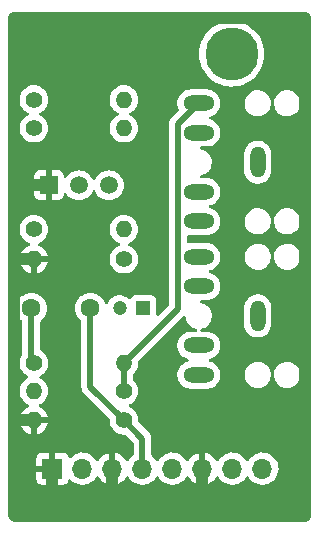
<source format=gbr>
%TF.GenerationSoftware,KiCad,Pcbnew,(6.0.7)*%
%TF.CreationDate,2022-12-16T00:38:35+00:00*%
%TF.ProjectId,CPC464-2MINITapeAdapter,43504334-3634-42d3-924d-494e49546170,rev?*%
%TF.SameCoordinates,Original*%
%TF.FileFunction,Copper,L1,Top*%
%TF.FilePolarity,Positive*%
%FSLAX46Y46*%
G04 Gerber Fmt 4.6, Leading zero omitted, Abs format (unit mm)*
G04 Created by KiCad (PCBNEW (6.0.7)) date 2022-12-16 00:38:35*
%MOMM*%
%LPD*%
G01*
G04 APERTURE LIST*
%TA.AperFunction,ComponentPad*%
%ADD10C,1.400000*%
%TD*%
%TA.AperFunction,ComponentPad*%
%ADD11O,1.400000X1.400000*%
%TD*%
%TA.AperFunction,ComponentPad*%
%ADD12C,1.500000*%
%TD*%
%TA.AperFunction,ComponentPad*%
%ADD13R,1.500000X1.500000*%
%TD*%
%TA.AperFunction,ComponentPad*%
%ADD14R,1.700000X1.700000*%
%TD*%
%TA.AperFunction,ComponentPad*%
%ADD15O,1.700000X1.700000*%
%TD*%
%TA.AperFunction,ComponentPad*%
%ADD16C,1.200000*%
%TD*%
%TA.AperFunction,ComponentPad*%
%ADD17R,1.200000X1.200000*%
%TD*%
%TA.AperFunction,ComponentPad*%
%ADD18C,4.500000*%
%TD*%
%TA.AperFunction,ComponentPad*%
%ADD19C,1.600000*%
%TD*%
%TA.AperFunction,ComponentPad*%
%ADD20O,1.308000X2.616000*%
%TD*%
%TA.AperFunction,ComponentPad*%
%ADD21O,2.616000X1.308000*%
%TD*%
%TA.AperFunction,Conductor*%
%ADD22C,0.500000*%
%TD*%
%TA.AperFunction,Conductor*%
%ADD23C,1.000000*%
%TD*%
G04 APERTURE END LIST*
D10*
%TO.P,R318,1*%
%TO.N,DATAIN*%
X56533000Y-77266800D03*
D11*
%TO.P,R318,2*%
%TO.N,Net-(Q350-Pad3)*%
X64153000Y-77266800D03*
%TD*%
D10*
%TO.P,R314,1*%
%TO.N,GND*%
X56533000Y-68692129D03*
D11*
%TO.P,R314,2*%
%TO.N,Net-(Q350-Pad3)*%
X64153000Y-68692129D03*
%TD*%
D12*
%TO.P,Q350,3,E*%
%TO.N,Net-(Q350-Pad3)*%
X62883000Y-73522471D03*
%TO.P,Q350,2,B*%
%TO.N,Net-(R310-Pad1)*%
X60343000Y-73522471D03*
D13*
%TO.P,Q350,1,C*%
%TO.N,+5V*%
X57803000Y-73522471D03*
%TD*%
D10*
%TO.P,R313,1*%
%TO.N,GND*%
X56533000Y-66268600D03*
D11*
%TO.P,R313,2*%
%TO.N,Net-(R310-Pad1)*%
X64153000Y-66268600D03*
%TD*%
D14*
%TO.P,C353,1,Pin_1*%
%TO.N,+5V*%
X58104800Y-97510600D03*
D15*
%TO.P,C353,2,Pin_2*%
%TO.N,GND*%
X60644800Y-97510600D03*
%TO.P,C353,3,Pin_3*%
%TO.N,+5V*%
X63184800Y-97510600D03*
%TO.P,C353,4,Pin_4*%
%TO.N,DATAOUT*%
X65724800Y-97510600D03*
%TO.P,C353,5,Pin_5*%
%TO.N,DATAIN*%
X68264800Y-97510600D03*
%TO.P,C353,6,Pin_6*%
%TO.N,+5V*%
X70804800Y-97510600D03*
%TO.P,C353,7,Pin_7*%
%TO.N,SOUND*%
X73344800Y-97510600D03*
%TO.P,C353,8,Pin_8*%
%TO.N,MOTOR*%
X75884800Y-97510600D03*
%TD*%
D16*
%TO.P,C351,2*%
%TO.N,Net-(R310-Pad1)*%
X63786000Y-83947000D03*
D17*
%TO.P,C351,1*%
%TO.N,EAR*%
X65786000Y-83947000D03*
%TD*%
D18*
%TO.P,H5,1,1*%
%TO.N,GND*%
X73279000Y-62407800D03*
%TD*%
D11*
%TO.P,R315,2*%
%TO.N,+5V*%
X56533000Y-93421200D03*
D10*
%TO.P,R315,1*%
%TO.N,DATAOUT*%
X64153000Y-93421200D03*
%TD*%
D11*
%TO.P,R310,2*%
%TO.N,+5V*%
X56533000Y-79781400D03*
D10*
%TO.P,R310,1*%
%TO.N,Net-(R310-Pad1)*%
X64153000Y-79781400D03*
%TD*%
D11*
%TO.P,R316,2*%
%TO.N,GND*%
X56533000Y-90957400D03*
D10*
%TO.P,R316,1*%
%TO.N,MIC*%
X64153000Y-90957400D03*
%TD*%
D19*
%TO.P,C317,1*%
%TO.N,Net-(C317-Pad1)*%
X56319000Y-83947000D03*
%TO.P,C317,2*%
%TO.N,DATAOUT*%
X61319000Y-83947000D03*
%TD*%
D11*
%TO.P,R317,2*%
%TO.N,MIC*%
X64153000Y-88569800D03*
D10*
%TO.P,R317,1*%
%TO.N,Net-(C317-Pad1)*%
X56533000Y-88569800D03*
%TD*%
D20*
%TO.P,J350,1,1*%
%TO.N,GND*%
X75480800Y-71577200D03*
D21*
%TO.P,J350,2,2*%
%TO.N,MIC*%
X70480800Y-66577200D03*
%TO.P,J350,3,Ground*%
%TO.N,unconnected-(J350-Pad3)*%
X70480800Y-76577200D03*
%TO.P,J350,10,10*%
%TO.N,unconnected-(J350-Pad10)*%
X70480800Y-69077200D03*
%TO.P,J350,11,11*%
%TO.N,unconnected-(J350-Pad11)*%
X70480800Y-74077200D03*
%TD*%
D20*
%TO.P,J351,1,1*%
%TO.N,GND*%
X75480800Y-84582000D03*
D21*
%TO.P,J351,2,2*%
%TO.N,EAR*%
X70480800Y-79582000D03*
%TO.P,J351,3,Ground*%
%TO.N,unconnected-(J351-Pad3)*%
X70480800Y-89582000D03*
%TO.P,J351,10,10*%
%TO.N,unconnected-(J351-Pad10)*%
X70480800Y-82082000D03*
%TO.P,J351,11,11*%
%TO.N,unconnected-(J351-Pad11)*%
X70480800Y-87082000D03*
%TD*%
D22*
%TO.N,MIC*%
X64153000Y-88569800D02*
X64153000Y-90957400D01*
X68722800Y-68335200D02*
X70480800Y-66577200D01*
X68722800Y-84000000D02*
X68722800Y-68335200D01*
X64153000Y-88569800D02*
X68722800Y-84000000D01*
%TO.N,Net-(C317-Pad1)*%
X56319000Y-88355800D02*
X56533000Y-88569800D01*
X56319000Y-83947000D02*
X56319000Y-88355800D01*
%TO.N,DATAOUT*%
X61319000Y-90587200D02*
X61319000Y-83947000D01*
X64153000Y-93421200D02*
X61319000Y-90587200D01*
X65724800Y-94993000D02*
X64153000Y-93421200D01*
X65724800Y-97510600D02*
X65724800Y-94993000D01*
D23*
%TO.N,+5V*%
X54898800Y-93421200D02*
X54805200Y-93327600D01*
X54805200Y-101447600D02*
X54805200Y-93327600D01*
X54805200Y-93327600D02*
X54805200Y-80068800D01*
X56533000Y-93421200D02*
X54898800Y-93421200D01*
X70804800Y-101554800D02*
X70807200Y-101557200D01*
X70804800Y-97510600D02*
X70804800Y-101554800D01*
X70807200Y-101557200D02*
X63330200Y-101557200D01*
X79494000Y-101557200D02*
X70807200Y-101557200D01*
X63184800Y-97510600D02*
X63184800Y-101411800D01*
X63184800Y-101411800D02*
X63330200Y-101557200D01*
X63330200Y-101557200D02*
X58081800Y-101557200D01*
X58104800Y-97510600D02*
X58104800Y-101534200D01*
X58081800Y-101557200D02*
X54914800Y-101557200D01*
X58104800Y-101534200D02*
X58081800Y-101557200D01*
X56533000Y-79781400D02*
X55092600Y-79781400D01*
X54805200Y-80068800D02*
X54805200Y-74650600D01*
X55092600Y-79781400D02*
X54805200Y-80068800D01*
X55933329Y-73522471D02*
X57803000Y-73522471D01*
X54805200Y-74650600D02*
X55933329Y-73522471D01*
X54914800Y-101557200D02*
X54805200Y-101447600D01*
X79510000Y-101541200D02*
X79494000Y-101557200D01*
X79510000Y-59377200D02*
X79510000Y-101541200D01*
X54805200Y-59377200D02*
X79510000Y-59377200D01*
X54805200Y-79222600D02*
X54805200Y-59377200D01*
%TD*%
%TA.AperFunction,Conductor*%
%TO.N,+5V*%
G36*
X79443621Y-59405702D02*
G01*
X79490114Y-59459358D01*
X79501500Y-59511700D01*
X79501500Y-101422700D01*
X79481498Y-101490821D01*
X79427842Y-101537314D01*
X79375500Y-101548700D01*
X54939700Y-101548700D01*
X54871579Y-101528698D01*
X54825086Y-101475042D01*
X54813700Y-101422700D01*
X54813700Y-98405269D01*
X56746801Y-98405269D01*
X56747171Y-98412090D01*
X56752695Y-98462952D01*
X56756321Y-98478204D01*
X56801476Y-98598654D01*
X56810014Y-98614249D01*
X56886515Y-98716324D01*
X56899076Y-98728885D01*
X57001151Y-98805386D01*
X57016746Y-98813924D01*
X57137194Y-98859078D01*
X57152449Y-98862705D01*
X57203314Y-98868231D01*
X57210128Y-98868600D01*
X57832685Y-98868600D01*
X57847924Y-98864125D01*
X57849129Y-98862735D01*
X57850800Y-98855052D01*
X57850800Y-98850484D01*
X58358800Y-98850484D01*
X58363275Y-98865723D01*
X58364665Y-98866928D01*
X58372348Y-98868599D01*
X58999469Y-98868599D01*
X59006290Y-98868229D01*
X59057152Y-98862705D01*
X59072404Y-98859079D01*
X59192854Y-98813924D01*
X59208449Y-98805386D01*
X59310524Y-98728885D01*
X59323085Y-98716324D01*
X59399586Y-98614249D01*
X59408124Y-98598654D01*
X59449025Y-98489552D01*
X59491667Y-98432788D01*
X59558228Y-98408088D01*
X59627577Y-98423296D01*
X59662244Y-98451284D01*
X59687665Y-98480631D01*
X59687669Y-98480635D01*
X59691050Y-98484538D01*
X59862926Y-98627232D01*
X60055800Y-98739938D01*
X60264492Y-98819630D01*
X60269560Y-98820661D01*
X60269563Y-98820662D01*
X60364662Y-98840010D01*
X60483397Y-98864167D01*
X60488572Y-98864357D01*
X60488574Y-98864357D01*
X60701473Y-98872164D01*
X60701477Y-98872164D01*
X60706637Y-98872353D01*
X60711757Y-98871697D01*
X60711759Y-98871697D01*
X60923088Y-98844625D01*
X60923089Y-98844625D01*
X60928216Y-98843968D01*
X60933166Y-98842483D01*
X61137229Y-98781261D01*
X61137234Y-98781259D01*
X61142184Y-98779774D01*
X61342794Y-98681496D01*
X61524660Y-98551773D01*
X61682896Y-98394089D01*
X61813253Y-98212677D01*
X61814440Y-98213530D01*
X61861760Y-98169962D01*
X61931697Y-98157745D01*
X61997138Y-98185278D01*
X62024966Y-98217111D01*
X62082494Y-98310988D01*
X62088577Y-98319299D01*
X62228013Y-98480267D01*
X62235380Y-98487483D01*
X62399234Y-98623516D01*
X62407681Y-98629431D01*
X62591556Y-98736879D01*
X62600842Y-98741329D01*
X62799801Y-98817303D01*
X62809699Y-98820179D01*
X62913050Y-98841206D01*
X62927099Y-98840010D01*
X62930800Y-98829665D01*
X62930800Y-96193702D01*
X62926882Y-96180358D01*
X62912606Y-96178371D01*
X62874124Y-96184260D01*
X62864088Y-96186651D01*
X62661668Y-96252812D01*
X62652159Y-96256809D01*
X62463263Y-96355142D01*
X62454538Y-96360636D01*
X62284233Y-96488505D01*
X62276526Y-96495348D01*
X62129390Y-96649317D01*
X62122909Y-96657322D01*
X62018298Y-96810674D01*
X61963387Y-96855676D01*
X61892862Y-96863847D01*
X61829115Y-96832593D01*
X61808418Y-96808109D01*
X61727622Y-96683217D01*
X61727620Y-96683214D01*
X61724814Y-96678877D01*
X61574470Y-96513651D01*
X61570419Y-96510452D01*
X61570415Y-96510448D01*
X61403214Y-96378400D01*
X61403210Y-96378398D01*
X61399159Y-96375198D01*
X61362828Y-96355142D01*
X61346936Y-96346369D01*
X61203589Y-96267238D01*
X61198720Y-96265514D01*
X61198716Y-96265512D01*
X60997887Y-96194395D01*
X60997883Y-96194394D01*
X60993012Y-96192669D01*
X60987919Y-96191762D01*
X60987916Y-96191761D01*
X60778173Y-96154400D01*
X60778167Y-96154399D01*
X60773084Y-96153494D01*
X60699252Y-96152592D01*
X60554881Y-96150828D01*
X60554879Y-96150828D01*
X60549711Y-96150765D01*
X60328891Y-96184555D01*
X60116556Y-96253957D01*
X59918407Y-96357107D01*
X59914274Y-96360210D01*
X59914271Y-96360212D01*
X59839565Y-96416303D01*
X59739765Y-96491235D01*
X59736193Y-96494973D01*
X59658698Y-96576066D01*
X59597174Y-96611495D01*
X59526262Y-96608038D01*
X59468476Y-96566792D01*
X59449623Y-96533244D01*
X59408124Y-96422546D01*
X59399586Y-96406951D01*
X59323085Y-96304876D01*
X59310524Y-96292315D01*
X59208449Y-96215814D01*
X59192854Y-96207276D01*
X59072406Y-96162122D01*
X59057151Y-96158495D01*
X59006286Y-96152969D01*
X58999472Y-96152600D01*
X58376915Y-96152600D01*
X58361676Y-96157075D01*
X58360471Y-96158465D01*
X58358800Y-96166148D01*
X58358800Y-98850484D01*
X57850800Y-98850484D01*
X57850800Y-97782715D01*
X57846325Y-97767476D01*
X57844935Y-97766271D01*
X57837252Y-97764600D01*
X56764916Y-97764600D01*
X56749677Y-97769075D01*
X56748472Y-97770465D01*
X56746801Y-97778148D01*
X56746801Y-98405269D01*
X54813700Y-98405269D01*
X54813700Y-97238485D01*
X56746800Y-97238485D01*
X56751275Y-97253724D01*
X56752665Y-97254929D01*
X56760348Y-97256600D01*
X57832685Y-97256600D01*
X57847924Y-97252125D01*
X57849129Y-97250735D01*
X57850800Y-97243052D01*
X57850800Y-96170716D01*
X57846325Y-96155477D01*
X57844935Y-96154272D01*
X57837252Y-96152601D01*
X57210131Y-96152601D01*
X57203310Y-96152971D01*
X57152448Y-96158495D01*
X57137196Y-96162121D01*
X57016746Y-96207276D01*
X57001151Y-96215814D01*
X56899076Y-96292315D01*
X56886515Y-96304876D01*
X56810014Y-96406951D01*
X56801476Y-96422546D01*
X56756322Y-96542994D01*
X56752695Y-96558249D01*
X56747169Y-96609114D01*
X56746800Y-96615928D01*
X56746800Y-97238485D01*
X54813700Y-97238485D01*
X54813700Y-93687722D01*
X55353801Y-93687722D01*
X55392092Y-93830623D01*
X55395842Y-93840927D01*
X55480521Y-94022523D01*
X55485998Y-94032011D01*
X55600925Y-94196142D01*
X55607981Y-94204550D01*
X55749650Y-94346219D01*
X55758058Y-94353275D01*
X55922189Y-94468202D01*
X55931677Y-94473679D01*
X56113273Y-94558358D01*
X56123577Y-94562108D01*
X56261503Y-94599066D01*
X56275599Y-94598730D01*
X56279000Y-94590788D01*
X56279000Y-94585639D01*
X56787000Y-94585639D01*
X56790973Y-94599170D01*
X56799522Y-94600399D01*
X56942423Y-94562108D01*
X56952727Y-94558358D01*
X57134323Y-94473679D01*
X57143811Y-94468202D01*
X57307942Y-94353275D01*
X57316350Y-94346219D01*
X57458019Y-94204550D01*
X57465075Y-94196142D01*
X57580002Y-94032011D01*
X57585479Y-94022523D01*
X57670158Y-93840927D01*
X57673908Y-93830623D01*
X57710866Y-93692697D01*
X57710530Y-93678601D01*
X57702588Y-93675200D01*
X56805115Y-93675200D01*
X56789876Y-93679675D01*
X56788671Y-93681065D01*
X56787000Y-93688748D01*
X56787000Y-94585639D01*
X56279000Y-94585639D01*
X56279000Y-93693315D01*
X56274525Y-93678076D01*
X56273135Y-93676871D01*
X56265452Y-93675200D01*
X55368561Y-93675200D01*
X55355030Y-93679173D01*
X55353801Y-93687722D01*
X54813700Y-93687722D01*
X54813700Y-84341864D01*
X54833702Y-84273743D01*
X54887358Y-84227250D01*
X54957632Y-84217146D01*
X55022212Y-84246640D01*
X55061407Y-84309253D01*
X55073410Y-84354047D01*
X55084716Y-84396243D01*
X55087039Y-84401224D01*
X55087039Y-84401225D01*
X55179151Y-84598762D01*
X55179154Y-84598767D01*
X55181477Y-84603749D01*
X55230684Y-84674024D01*
X55288863Y-84757111D01*
X55312802Y-84791300D01*
X55474700Y-84953198D01*
X55506771Y-84975655D01*
X55551099Y-85031110D01*
X55560500Y-85078867D01*
X55560500Y-87811992D01*
X55537713Y-87884262D01*
X55482411Y-87963242D01*
X55480090Y-87968220D01*
X55480088Y-87968223D01*
X55427968Y-88079995D01*
X55393044Y-88154890D01*
X55391622Y-88160198D01*
X55391621Y-88160200D01*
X55341485Y-88347309D01*
X55338314Y-88359145D01*
X55319884Y-88569800D01*
X55338314Y-88780455D01*
X55339738Y-88785768D01*
X55339738Y-88785770D01*
X55379822Y-88935363D01*
X55393044Y-88984710D01*
X55395366Y-88989691D01*
X55395367Y-88989692D01*
X55437193Y-89079387D01*
X55482411Y-89176358D01*
X55603699Y-89349576D01*
X55753224Y-89499101D01*
X55926442Y-89620389D01*
X55931420Y-89622710D01*
X55931423Y-89622712D01*
X55988667Y-89649405D01*
X56041952Y-89696322D01*
X56061413Y-89764600D01*
X56040871Y-89832560D01*
X55988667Y-89877795D01*
X55931423Y-89904488D01*
X55931420Y-89904490D01*
X55926442Y-89906811D01*
X55753224Y-90028099D01*
X55603699Y-90177624D01*
X55482411Y-90350842D01*
X55480090Y-90355820D01*
X55480088Y-90355823D01*
X55402690Y-90521804D01*
X55393044Y-90542490D01*
X55391622Y-90547798D01*
X55391621Y-90547800D01*
X55342678Y-90730459D01*
X55338314Y-90746745D01*
X55319884Y-90957400D01*
X55338314Y-91168055D01*
X55393044Y-91372310D01*
X55482411Y-91563958D01*
X55603699Y-91737176D01*
X55753224Y-91886701D01*
X55926442Y-92007989D01*
X55931420Y-92010310D01*
X55931423Y-92010312D01*
X56011937Y-92047856D01*
X56070966Y-92075381D01*
X56124250Y-92122298D01*
X56143711Y-92190575D01*
X56123169Y-92258535D01*
X56070964Y-92303771D01*
X55931677Y-92368721D01*
X55922189Y-92374198D01*
X55758058Y-92489125D01*
X55749650Y-92496181D01*
X55607981Y-92637850D01*
X55600925Y-92646258D01*
X55485998Y-92810389D01*
X55480521Y-92819877D01*
X55395842Y-93001473D01*
X55392092Y-93011777D01*
X55355134Y-93149703D01*
X55355470Y-93163799D01*
X55363412Y-93167200D01*
X57697439Y-93167200D01*
X57710970Y-93163227D01*
X57712199Y-93154678D01*
X57673908Y-93011777D01*
X57670158Y-93001473D01*
X57585479Y-92819877D01*
X57580002Y-92810389D01*
X57465075Y-92646258D01*
X57458019Y-92637850D01*
X57316350Y-92496181D01*
X57307942Y-92489125D01*
X57143811Y-92374198D01*
X57134323Y-92368721D01*
X56995036Y-92303771D01*
X56941750Y-92256854D01*
X56922289Y-92188577D01*
X56942831Y-92120617D01*
X56995034Y-92075382D01*
X57054063Y-92047856D01*
X57134577Y-92010312D01*
X57134580Y-92010310D01*
X57139558Y-92007989D01*
X57312776Y-91886701D01*
X57462301Y-91737176D01*
X57583589Y-91563958D01*
X57672956Y-91372310D01*
X57727686Y-91168055D01*
X57746116Y-90957400D01*
X57727686Y-90746745D01*
X57723322Y-90730459D01*
X57674379Y-90547800D01*
X57674378Y-90547798D01*
X57672956Y-90542490D01*
X57663310Y-90521804D01*
X57585912Y-90355823D01*
X57585910Y-90355820D01*
X57583589Y-90350842D01*
X57462301Y-90177624D01*
X57312776Y-90028099D01*
X57139558Y-89906811D01*
X57134580Y-89904490D01*
X57134577Y-89904488D01*
X57077333Y-89877795D01*
X57024048Y-89830878D01*
X57004587Y-89762600D01*
X57025129Y-89694640D01*
X57077333Y-89649405D01*
X57134577Y-89622712D01*
X57134580Y-89622710D01*
X57139558Y-89620389D01*
X57312776Y-89499101D01*
X57462301Y-89349576D01*
X57583589Y-89176358D01*
X57628808Y-89079387D01*
X57670633Y-88989692D01*
X57670634Y-88989691D01*
X57672956Y-88984710D01*
X57686179Y-88935363D01*
X57726262Y-88785770D01*
X57726262Y-88785768D01*
X57727686Y-88780455D01*
X57746116Y-88569800D01*
X57727686Y-88359145D01*
X57724515Y-88347309D01*
X57674379Y-88160200D01*
X57674378Y-88160198D01*
X57672956Y-88154890D01*
X57638032Y-88079995D01*
X57585912Y-87968223D01*
X57585910Y-87968220D01*
X57583589Y-87963242D01*
X57462301Y-87790024D01*
X57312776Y-87640499D01*
X57139558Y-87519211D01*
X57139364Y-87519120D01*
X57091502Y-87468917D01*
X57077500Y-87411189D01*
X57077500Y-85078867D01*
X57097502Y-85010746D01*
X57131228Y-84975655D01*
X57163300Y-84953198D01*
X57325198Y-84791300D01*
X57349138Y-84757111D01*
X57407316Y-84674024D01*
X57456523Y-84603749D01*
X57458846Y-84598767D01*
X57458849Y-84598762D01*
X57550961Y-84401225D01*
X57550961Y-84401224D01*
X57553284Y-84396243D01*
X57564591Y-84354047D01*
X57611119Y-84180402D01*
X57611119Y-84180400D01*
X57612543Y-84175087D01*
X57632498Y-83947000D01*
X60005502Y-83947000D01*
X60025457Y-84175087D01*
X60026881Y-84180400D01*
X60026881Y-84180402D01*
X60073410Y-84354047D01*
X60084716Y-84396243D01*
X60087039Y-84401224D01*
X60087039Y-84401225D01*
X60179151Y-84598762D01*
X60179154Y-84598767D01*
X60181477Y-84603749D01*
X60230684Y-84674024D01*
X60288863Y-84757111D01*
X60312802Y-84791300D01*
X60474700Y-84953198D01*
X60506771Y-84975655D01*
X60551099Y-85031110D01*
X60560500Y-85078867D01*
X60560500Y-90520130D01*
X60559067Y-90539080D01*
X60555801Y-90560549D01*
X60556394Y-90567841D01*
X60556394Y-90567844D01*
X60560085Y-90613218D01*
X60560500Y-90623433D01*
X60560500Y-90631493D01*
X60560925Y-90635137D01*
X60563789Y-90659707D01*
X60564222Y-90664082D01*
X60569451Y-90728361D01*
X60570140Y-90736837D01*
X60572396Y-90743801D01*
X60573587Y-90749760D01*
X60574971Y-90755615D01*
X60575818Y-90762881D01*
X60600735Y-90831527D01*
X60602152Y-90835655D01*
X60624649Y-90905099D01*
X60628445Y-90911354D01*
X60630951Y-90916828D01*
X60633670Y-90922258D01*
X60636167Y-90929137D01*
X60640180Y-90935257D01*
X60640180Y-90935258D01*
X60676186Y-90990176D01*
X60678523Y-90993880D01*
X60716405Y-91056307D01*
X60720121Y-91060515D01*
X60720122Y-91060516D01*
X60723803Y-91064684D01*
X60723776Y-91064708D01*
X60726429Y-91067700D01*
X60729132Y-91070933D01*
X60733144Y-91077052D01*
X60738456Y-91082084D01*
X60789383Y-91130328D01*
X60791825Y-91132706D01*
X62909635Y-93250516D01*
X62943661Y-93312828D01*
X62946061Y-93350592D01*
X62939884Y-93421200D01*
X62958314Y-93631855D01*
X62959738Y-93637168D01*
X62959738Y-93637170D01*
X62974617Y-93692697D01*
X63013044Y-93836110D01*
X63102411Y-94027758D01*
X63223699Y-94200976D01*
X63373224Y-94350501D01*
X63546442Y-94471789D01*
X63551420Y-94474110D01*
X63551423Y-94474112D01*
X63733108Y-94558833D01*
X63738090Y-94561156D01*
X63743398Y-94562578D01*
X63743400Y-94562579D01*
X63937030Y-94614462D01*
X63937032Y-94614462D01*
X63942345Y-94615886D01*
X64153000Y-94634316D01*
X64158475Y-94633837D01*
X64158476Y-94633837D01*
X64223608Y-94628139D01*
X64293213Y-94642129D01*
X64323684Y-94664565D01*
X64929395Y-95270276D01*
X64963421Y-95332588D01*
X64966300Y-95359371D01*
X64966300Y-96318255D01*
X64946298Y-96386376D01*
X64915953Y-96419015D01*
X64823900Y-96488130D01*
X64819765Y-96491235D01*
X64665429Y-96652738D01*
X64558004Y-96810218D01*
X64557698Y-96810666D01*
X64502787Y-96855669D01*
X64432262Y-96863840D01*
X64368515Y-96832586D01*
X64347818Y-96808102D01*
X64267226Y-96683526D01*
X64260936Y-96675357D01*
X64117606Y-96517840D01*
X64110073Y-96510815D01*
X63942939Y-96378822D01*
X63934352Y-96373117D01*
X63747917Y-96270199D01*
X63738505Y-96265969D01*
X63537759Y-96194880D01*
X63527788Y-96192246D01*
X63456637Y-96179572D01*
X63443340Y-96181032D01*
X63438800Y-96195589D01*
X63438800Y-98829117D01*
X63442864Y-98842959D01*
X63456278Y-98844993D01*
X63462984Y-98844134D01*
X63473062Y-98841992D01*
X63677055Y-98780791D01*
X63686642Y-98777033D01*
X63877895Y-98683339D01*
X63886745Y-98678064D01*
X64060128Y-98554392D01*
X64068000Y-98547739D01*
X64218852Y-98397412D01*
X64225530Y-98389565D01*
X64352822Y-98212419D01*
X64354079Y-98213322D01*
X64401173Y-98169962D01*
X64471111Y-98157745D01*
X64536551Y-98185278D01*
X64564379Y-98217111D01*
X64624787Y-98315688D01*
X64771050Y-98484538D01*
X64942926Y-98627232D01*
X65135800Y-98739938D01*
X65344492Y-98819630D01*
X65349560Y-98820661D01*
X65349563Y-98820662D01*
X65444662Y-98840010D01*
X65563397Y-98864167D01*
X65568572Y-98864357D01*
X65568574Y-98864357D01*
X65781473Y-98872164D01*
X65781477Y-98872164D01*
X65786637Y-98872353D01*
X65791757Y-98871697D01*
X65791759Y-98871697D01*
X66003088Y-98844625D01*
X66003089Y-98844625D01*
X66008216Y-98843968D01*
X66013166Y-98842483D01*
X66217229Y-98781261D01*
X66217234Y-98781259D01*
X66222184Y-98779774D01*
X66422794Y-98681496D01*
X66604660Y-98551773D01*
X66762896Y-98394089D01*
X66893253Y-98212677D01*
X66894576Y-98213628D01*
X66941445Y-98170457D01*
X67011380Y-98158225D01*
X67076826Y-98185744D01*
X67104675Y-98217594D01*
X67164787Y-98315688D01*
X67311050Y-98484538D01*
X67482926Y-98627232D01*
X67675800Y-98739938D01*
X67884492Y-98819630D01*
X67889560Y-98820661D01*
X67889563Y-98820662D01*
X67984662Y-98840010D01*
X68103397Y-98864167D01*
X68108572Y-98864357D01*
X68108574Y-98864357D01*
X68321473Y-98872164D01*
X68321477Y-98872164D01*
X68326637Y-98872353D01*
X68331757Y-98871697D01*
X68331759Y-98871697D01*
X68543088Y-98844625D01*
X68543089Y-98844625D01*
X68548216Y-98843968D01*
X68553166Y-98842483D01*
X68757229Y-98781261D01*
X68757234Y-98781259D01*
X68762184Y-98779774D01*
X68962794Y-98681496D01*
X69144660Y-98551773D01*
X69302896Y-98394089D01*
X69433253Y-98212677D01*
X69434440Y-98213530D01*
X69481760Y-98169962D01*
X69551697Y-98157745D01*
X69617138Y-98185278D01*
X69644966Y-98217111D01*
X69702494Y-98310988D01*
X69708577Y-98319299D01*
X69848013Y-98480267D01*
X69855380Y-98487483D01*
X70019234Y-98623516D01*
X70027681Y-98629431D01*
X70211556Y-98736879D01*
X70220842Y-98741329D01*
X70419801Y-98817303D01*
X70429699Y-98820179D01*
X70533050Y-98841206D01*
X70547099Y-98840010D01*
X70550800Y-98829665D01*
X70550800Y-98829117D01*
X71058800Y-98829117D01*
X71062864Y-98842959D01*
X71076278Y-98844993D01*
X71082984Y-98844134D01*
X71093062Y-98841992D01*
X71297055Y-98780791D01*
X71306642Y-98777033D01*
X71497895Y-98683339D01*
X71506745Y-98678064D01*
X71680128Y-98554392D01*
X71688000Y-98547739D01*
X71838852Y-98397412D01*
X71845530Y-98389565D01*
X71972822Y-98212419D01*
X71974079Y-98213322D01*
X72021173Y-98169962D01*
X72091111Y-98157745D01*
X72156551Y-98185278D01*
X72184379Y-98217111D01*
X72244787Y-98315688D01*
X72391050Y-98484538D01*
X72562926Y-98627232D01*
X72755800Y-98739938D01*
X72964492Y-98819630D01*
X72969560Y-98820661D01*
X72969563Y-98820662D01*
X73064662Y-98840010D01*
X73183397Y-98864167D01*
X73188572Y-98864357D01*
X73188574Y-98864357D01*
X73401473Y-98872164D01*
X73401477Y-98872164D01*
X73406637Y-98872353D01*
X73411757Y-98871697D01*
X73411759Y-98871697D01*
X73623088Y-98844625D01*
X73623089Y-98844625D01*
X73628216Y-98843968D01*
X73633166Y-98842483D01*
X73837229Y-98781261D01*
X73837234Y-98781259D01*
X73842184Y-98779774D01*
X74042794Y-98681496D01*
X74224660Y-98551773D01*
X74382896Y-98394089D01*
X74513253Y-98212677D01*
X74514576Y-98213628D01*
X74561445Y-98170457D01*
X74631380Y-98158225D01*
X74696826Y-98185744D01*
X74724675Y-98217594D01*
X74784787Y-98315688D01*
X74931050Y-98484538D01*
X75102926Y-98627232D01*
X75295800Y-98739938D01*
X75504492Y-98819630D01*
X75509560Y-98820661D01*
X75509563Y-98820662D01*
X75604662Y-98840010D01*
X75723397Y-98864167D01*
X75728572Y-98864357D01*
X75728574Y-98864357D01*
X75941473Y-98872164D01*
X75941477Y-98872164D01*
X75946637Y-98872353D01*
X75951757Y-98871697D01*
X75951759Y-98871697D01*
X76163088Y-98844625D01*
X76163089Y-98844625D01*
X76168216Y-98843968D01*
X76173166Y-98842483D01*
X76377229Y-98781261D01*
X76377234Y-98781259D01*
X76382184Y-98779774D01*
X76582794Y-98681496D01*
X76764660Y-98551773D01*
X76922896Y-98394089D01*
X77053253Y-98212677D01*
X77066795Y-98185278D01*
X77149936Y-98017053D01*
X77149937Y-98017051D01*
X77152230Y-98012411D01*
X77217170Y-97798669D01*
X77246329Y-97577190D01*
X77247956Y-97510600D01*
X77229652Y-97287961D01*
X77175231Y-97071302D01*
X77086154Y-96866440D01*
X76964814Y-96678877D01*
X76814470Y-96513651D01*
X76810419Y-96510452D01*
X76810415Y-96510448D01*
X76643214Y-96378400D01*
X76643210Y-96378398D01*
X76639159Y-96375198D01*
X76602828Y-96355142D01*
X76586936Y-96346369D01*
X76443589Y-96267238D01*
X76438720Y-96265514D01*
X76438716Y-96265512D01*
X76237887Y-96194395D01*
X76237883Y-96194394D01*
X76233012Y-96192669D01*
X76227919Y-96191762D01*
X76227916Y-96191761D01*
X76018173Y-96154400D01*
X76018167Y-96154399D01*
X76013084Y-96153494D01*
X75939252Y-96152592D01*
X75794881Y-96150828D01*
X75794879Y-96150828D01*
X75789711Y-96150765D01*
X75568891Y-96184555D01*
X75356556Y-96253957D01*
X75158407Y-96357107D01*
X75154274Y-96360210D01*
X75154271Y-96360212D01*
X75079565Y-96416303D01*
X74979765Y-96491235D01*
X74825429Y-96652738D01*
X74718001Y-96810221D01*
X74663093Y-96855221D01*
X74592568Y-96863392D01*
X74528821Y-96832138D01*
X74508124Y-96807654D01*
X74427622Y-96683217D01*
X74427620Y-96683214D01*
X74424814Y-96678877D01*
X74274470Y-96513651D01*
X74270419Y-96510452D01*
X74270415Y-96510448D01*
X74103214Y-96378400D01*
X74103210Y-96378398D01*
X74099159Y-96375198D01*
X74062828Y-96355142D01*
X74046936Y-96346369D01*
X73903589Y-96267238D01*
X73898720Y-96265514D01*
X73898716Y-96265512D01*
X73697887Y-96194395D01*
X73697883Y-96194394D01*
X73693012Y-96192669D01*
X73687919Y-96191762D01*
X73687916Y-96191761D01*
X73478173Y-96154400D01*
X73478167Y-96154399D01*
X73473084Y-96153494D01*
X73399252Y-96152592D01*
X73254881Y-96150828D01*
X73254879Y-96150828D01*
X73249711Y-96150765D01*
X73028891Y-96184555D01*
X72816556Y-96253957D01*
X72618407Y-96357107D01*
X72614274Y-96360210D01*
X72614271Y-96360212D01*
X72539565Y-96416303D01*
X72439765Y-96491235D01*
X72285429Y-96652738D01*
X72178004Y-96810218D01*
X72177698Y-96810666D01*
X72122787Y-96855669D01*
X72052262Y-96863840D01*
X71988515Y-96832586D01*
X71967818Y-96808102D01*
X71887226Y-96683526D01*
X71880936Y-96675357D01*
X71737606Y-96517840D01*
X71730073Y-96510815D01*
X71562939Y-96378822D01*
X71554352Y-96373117D01*
X71367917Y-96270199D01*
X71358505Y-96265969D01*
X71157759Y-96194880D01*
X71147788Y-96192246D01*
X71076637Y-96179572D01*
X71063340Y-96181032D01*
X71058800Y-96195589D01*
X71058800Y-98829117D01*
X70550800Y-98829117D01*
X70550800Y-96193702D01*
X70546882Y-96180358D01*
X70532606Y-96178371D01*
X70494124Y-96184260D01*
X70484088Y-96186651D01*
X70281668Y-96252812D01*
X70272159Y-96256809D01*
X70083263Y-96355142D01*
X70074538Y-96360636D01*
X69904233Y-96488505D01*
X69896526Y-96495348D01*
X69749390Y-96649317D01*
X69742909Y-96657322D01*
X69638298Y-96810674D01*
X69583387Y-96855676D01*
X69512862Y-96863847D01*
X69449115Y-96832593D01*
X69428418Y-96808109D01*
X69347622Y-96683217D01*
X69347620Y-96683214D01*
X69344814Y-96678877D01*
X69194470Y-96513651D01*
X69190419Y-96510452D01*
X69190415Y-96510448D01*
X69023214Y-96378400D01*
X69023210Y-96378398D01*
X69019159Y-96375198D01*
X68982828Y-96355142D01*
X68966936Y-96346369D01*
X68823589Y-96267238D01*
X68818720Y-96265514D01*
X68818716Y-96265512D01*
X68617887Y-96194395D01*
X68617883Y-96194394D01*
X68613012Y-96192669D01*
X68607919Y-96191762D01*
X68607916Y-96191761D01*
X68398173Y-96154400D01*
X68398167Y-96154399D01*
X68393084Y-96153494D01*
X68319252Y-96152592D01*
X68174881Y-96150828D01*
X68174879Y-96150828D01*
X68169711Y-96150765D01*
X67948891Y-96184555D01*
X67736556Y-96253957D01*
X67538407Y-96357107D01*
X67534274Y-96360210D01*
X67534271Y-96360212D01*
X67459565Y-96416303D01*
X67359765Y-96491235D01*
X67205429Y-96652738D01*
X67098001Y-96810221D01*
X67043093Y-96855221D01*
X66972568Y-96863392D01*
X66908821Y-96832138D01*
X66888124Y-96807654D01*
X66807622Y-96683217D01*
X66807620Y-96683214D01*
X66804814Y-96678877D01*
X66654470Y-96513651D01*
X66650415Y-96510448D01*
X66531207Y-96416303D01*
X66490145Y-96358385D01*
X66483300Y-96317421D01*
X66483300Y-95060070D01*
X66484733Y-95041120D01*
X66486899Y-95026885D01*
X66486899Y-95026881D01*
X66487999Y-95019651D01*
X66483715Y-94966982D01*
X66483300Y-94956767D01*
X66483300Y-94948707D01*
X66480009Y-94920480D01*
X66479578Y-94916121D01*
X66474253Y-94850660D01*
X66473660Y-94843364D01*
X66471405Y-94836403D01*
X66470218Y-94830463D01*
X66468829Y-94824588D01*
X66467982Y-94817319D01*
X66443064Y-94748670D01*
X66441647Y-94744542D01*
X66421407Y-94682064D01*
X66421406Y-94682062D01*
X66419151Y-94675101D01*
X66415355Y-94668846D01*
X66412849Y-94663372D01*
X66410130Y-94657942D01*
X66407633Y-94651063D01*
X66367614Y-94590024D01*
X66365267Y-94586305D01*
X66350584Y-94562108D01*
X66327395Y-94523893D01*
X66319997Y-94515516D01*
X66320024Y-94515492D01*
X66317371Y-94512500D01*
X66314668Y-94509267D01*
X66310656Y-94503148D01*
X66254417Y-94449872D01*
X66251975Y-94447494D01*
X65396365Y-93591884D01*
X65362339Y-93529572D01*
X65359939Y-93491808D01*
X65365637Y-93426676D01*
X65365637Y-93426675D01*
X65366116Y-93421200D01*
X65347686Y-93210545D01*
X65336072Y-93167200D01*
X65294379Y-93011600D01*
X65294378Y-93011598D01*
X65292956Y-93006290D01*
X65203589Y-92814642D01*
X65082301Y-92641424D01*
X64932776Y-92491899D01*
X64759558Y-92370611D01*
X64754580Y-92368290D01*
X64754577Y-92368288D01*
X64615627Y-92303495D01*
X64562342Y-92256578D01*
X64542881Y-92188301D01*
X64563423Y-92120341D01*
X64615627Y-92075105D01*
X64754577Y-92010312D01*
X64754580Y-92010310D01*
X64759558Y-92007989D01*
X64932776Y-91886701D01*
X65082301Y-91737176D01*
X65203589Y-91563958D01*
X65292956Y-91372310D01*
X65347686Y-91168055D01*
X65366116Y-90957400D01*
X65347686Y-90746745D01*
X65343322Y-90730459D01*
X65294379Y-90547800D01*
X65294378Y-90547798D01*
X65292956Y-90542490D01*
X65283310Y-90521804D01*
X65205912Y-90355823D01*
X65205910Y-90355820D01*
X65203589Y-90350842D01*
X65082301Y-90177624D01*
X64948405Y-90043728D01*
X64914379Y-89981416D01*
X64911500Y-89954633D01*
X64911500Y-89572567D01*
X64931502Y-89504446D01*
X64948405Y-89483472D01*
X65082301Y-89349576D01*
X65203589Y-89176358D01*
X65248808Y-89079387D01*
X65290633Y-88989692D01*
X65290634Y-88989691D01*
X65292956Y-88984710D01*
X65306179Y-88935363D01*
X65346262Y-88785770D01*
X65346262Y-88785768D01*
X65347686Y-88780455D01*
X65366116Y-88569800D01*
X65361161Y-88513164D01*
X65359939Y-88499192D01*
X65373929Y-88429587D01*
X65396365Y-88399116D01*
X69162365Y-84633116D01*
X69224677Y-84599090D01*
X69295492Y-84604155D01*
X69352328Y-84646702D01*
X69377325Y-84716386D01*
X69378367Y-84738899D01*
X69379771Y-84744724D01*
X69379771Y-84744725D01*
X69423300Y-84925342D01*
X69427925Y-84944534D01*
X69430407Y-84949992D01*
X69430408Y-84949996D01*
X69473853Y-85045546D01*
X69515474Y-85137087D01*
X69637854Y-85309611D01*
X69790650Y-85455881D01*
X69968348Y-85570620D01*
X69973914Y-85572863D01*
X70158968Y-85647442D01*
X70158971Y-85647443D01*
X70164537Y-85649686D01*
X70215134Y-85659567D01*
X70267717Y-85669836D01*
X70330741Y-85702524D01*
X70366088Y-85764096D01*
X70362535Y-85835004D01*
X70321211Y-85892734D01*
X70255235Y-85918959D01*
X70243567Y-85919500D01*
X69772604Y-85919500D01*
X69662660Y-85929603D01*
X69619799Y-85933541D01*
X69619797Y-85933541D01*
X69614044Y-85934070D01*
X69484029Y-85970738D01*
X69413972Y-85990496D01*
X69413970Y-85990497D01*
X69408413Y-85992064D01*
X69403237Y-85994616D01*
X69403233Y-85994618D01*
X69304218Y-86043447D01*
X69216793Y-86086560D01*
X69212167Y-86090014D01*
X69212166Y-86090015D01*
X69090977Y-86180511D01*
X69045603Y-86214393D01*
X69041689Y-86218627D01*
X69041687Y-86218629D01*
X68906682Y-86364678D01*
X68900576Y-86371283D01*
X68786568Y-86551975D01*
X68707397Y-86750418D01*
X68706272Y-86756075D01*
X68706270Y-86756081D01*
X68666843Y-86954297D01*
X68665716Y-86959965D01*
X68665640Y-86965740D01*
X68665640Y-86965744D01*
X68665242Y-86996183D01*
X68662919Y-87173599D01*
X68699101Y-87384166D01*
X68773050Y-87584613D01*
X68776002Y-87589574D01*
X68776002Y-87589575D01*
X68806299Y-87640499D01*
X68882289Y-87768228D01*
X68886095Y-87772568D01*
X68886098Y-87772572D01*
X68920669Y-87811992D01*
X69023160Y-87928860D01*
X69190945Y-88061131D01*
X69196056Y-88063820D01*
X69196059Y-88063822D01*
X69215376Y-88073985D01*
X69380025Y-88160611D01*
X69546685Y-88212360D01*
X69605806Y-88251661D01*
X69634297Y-88316691D01*
X69623107Y-88386800D01*
X69575790Y-88439730D01*
X69543519Y-88453960D01*
X69413972Y-88490496D01*
X69413970Y-88490497D01*
X69408413Y-88492064D01*
X69403237Y-88494616D01*
X69403233Y-88494618D01*
X69261883Y-88564324D01*
X69216793Y-88586560D01*
X69212167Y-88590014D01*
X69212166Y-88590015D01*
X69054005Y-88708119D01*
X69045603Y-88714393D01*
X69041689Y-88718627D01*
X69041687Y-88718629D01*
X68916193Y-88854389D01*
X68900576Y-88871283D01*
X68786568Y-89051975D01*
X68707397Y-89250418D01*
X68706272Y-89256075D01*
X68706270Y-89256081D01*
X68671459Y-89431091D01*
X68665716Y-89459965D01*
X68665640Y-89465740D01*
X68665640Y-89465744D01*
X68664908Y-89521664D01*
X68662919Y-89673599D01*
X68663898Y-89679296D01*
X68663898Y-89679297D01*
X68698006Y-89877795D01*
X68699101Y-89884166D01*
X68773050Y-90084613D01*
X68776002Y-90089574D01*
X68776002Y-90089575D01*
X68870024Y-90247612D01*
X68882289Y-90268228D01*
X68886095Y-90272568D01*
X68886098Y-90272572D01*
X68987674Y-90388396D01*
X69023160Y-90428860D01*
X69190945Y-90561131D01*
X69196056Y-90563820D01*
X69196059Y-90563822D01*
X69215376Y-90573985D01*
X69380025Y-90660611D01*
X69385546Y-90662325D01*
X69385550Y-90662327D01*
X69578552Y-90722256D01*
X69578557Y-90722257D01*
X69584067Y-90723968D01*
X69614518Y-90727572D01*
X69753855Y-90744064D01*
X69753861Y-90744064D01*
X69757542Y-90744500D01*
X71188996Y-90744500D01*
X71298940Y-90734397D01*
X71341801Y-90730459D01*
X71341803Y-90730459D01*
X71347556Y-90729930D01*
X71491417Y-90689357D01*
X71547628Y-90673504D01*
X71547630Y-90673503D01*
X71553187Y-90671936D01*
X71558363Y-90669384D01*
X71558367Y-90669382D01*
X71739626Y-90579995D01*
X71744807Y-90577440D01*
X71750937Y-90572863D01*
X71911373Y-90453060D01*
X71911374Y-90453059D01*
X71915997Y-90449607D01*
X71931870Y-90432436D01*
X72057105Y-90296957D01*
X72057107Y-90296954D01*
X72061024Y-90292717D01*
X72175032Y-90112025D01*
X72254203Y-89913582D01*
X72255328Y-89907925D01*
X72255330Y-89907919D01*
X72294757Y-89709703D01*
X72294757Y-89709699D01*
X72295884Y-89704035D01*
X72296283Y-89673599D01*
X72298194Y-89527604D01*
X74368587Y-89527604D01*
X74378367Y-89738899D01*
X74379771Y-89744724D01*
X74379771Y-89744725D01*
X74420466Y-89913582D01*
X74427925Y-89944534D01*
X74430407Y-89949992D01*
X74430408Y-89949996D01*
X74473026Y-90043728D01*
X74515474Y-90137087D01*
X74637854Y-90309611D01*
X74790650Y-90455881D01*
X74968348Y-90570620D01*
X75028446Y-90594840D01*
X75158968Y-90647442D01*
X75158971Y-90647443D01*
X75164537Y-90649686D01*
X75372137Y-90690228D01*
X75377699Y-90690500D01*
X75533646Y-90690500D01*
X75691366Y-90675452D01*
X75894334Y-90615908D01*
X75899662Y-90613164D01*
X76077049Y-90521804D01*
X76077052Y-90521802D01*
X76082380Y-90519058D01*
X76248720Y-90388396D01*
X76252652Y-90383865D01*
X76252655Y-90383862D01*
X76383421Y-90233167D01*
X76387352Y-90228637D01*
X76390352Y-90223451D01*
X76390355Y-90223447D01*
X76490267Y-90050742D01*
X76493273Y-90045546D01*
X76562661Y-89845729D01*
X76563522Y-89839792D01*
X76592152Y-89642336D01*
X76592152Y-89642333D01*
X76593013Y-89636396D01*
X76587977Y-89527604D01*
X76868587Y-89527604D01*
X76878367Y-89738899D01*
X76879771Y-89744724D01*
X76879771Y-89744725D01*
X76920466Y-89913582D01*
X76927925Y-89944534D01*
X76930407Y-89949992D01*
X76930408Y-89949996D01*
X76973026Y-90043728D01*
X77015474Y-90137087D01*
X77137854Y-90309611D01*
X77290650Y-90455881D01*
X77468348Y-90570620D01*
X77528446Y-90594840D01*
X77658968Y-90647442D01*
X77658971Y-90647443D01*
X77664537Y-90649686D01*
X77872137Y-90690228D01*
X77877699Y-90690500D01*
X78033646Y-90690500D01*
X78191366Y-90675452D01*
X78394334Y-90615908D01*
X78399662Y-90613164D01*
X78577049Y-90521804D01*
X78577052Y-90521802D01*
X78582380Y-90519058D01*
X78748720Y-90388396D01*
X78752652Y-90383865D01*
X78752655Y-90383862D01*
X78883421Y-90233167D01*
X78887352Y-90228637D01*
X78890352Y-90223451D01*
X78890355Y-90223447D01*
X78990267Y-90050742D01*
X78993273Y-90045546D01*
X79062661Y-89845729D01*
X79063522Y-89839792D01*
X79092152Y-89642336D01*
X79092152Y-89642333D01*
X79093013Y-89636396D01*
X79083233Y-89425101D01*
X79042499Y-89256081D01*
X79035081Y-89225299D01*
X79035080Y-89225297D01*
X79033675Y-89219466D01*
X78990325Y-89124122D01*
X78969985Y-89079387D01*
X78946126Y-89026913D01*
X78823746Y-88854389D01*
X78670950Y-88708119D01*
X78493252Y-88593380D01*
X78421154Y-88564324D01*
X78302632Y-88516558D01*
X78302629Y-88516557D01*
X78297063Y-88514314D01*
X78089463Y-88473772D01*
X78083901Y-88473500D01*
X77927954Y-88473500D01*
X77770234Y-88488548D01*
X77567266Y-88548092D01*
X77561939Y-88550836D01*
X77561938Y-88550836D01*
X77384551Y-88642196D01*
X77384548Y-88642198D01*
X77379220Y-88644942D01*
X77212880Y-88775604D01*
X77208948Y-88780135D01*
X77208945Y-88780138D01*
X77140274Y-88859275D01*
X77074248Y-88935363D01*
X77071248Y-88940549D01*
X77071245Y-88940553D01*
X77024112Y-89022026D01*
X76968327Y-89118454D01*
X76898939Y-89318271D01*
X76898078Y-89324206D01*
X76898078Y-89324208D01*
X76870560Y-89513999D01*
X76868587Y-89527604D01*
X76587977Y-89527604D01*
X76583233Y-89425101D01*
X76542499Y-89256081D01*
X76535081Y-89225299D01*
X76535080Y-89225297D01*
X76533675Y-89219466D01*
X76490325Y-89124122D01*
X76469985Y-89079387D01*
X76446126Y-89026913D01*
X76323746Y-88854389D01*
X76170950Y-88708119D01*
X75993252Y-88593380D01*
X75921154Y-88564324D01*
X75802632Y-88516558D01*
X75802629Y-88516557D01*
X75797063Y-88514314D01*
X75589463Y-88473772D01*
X75583901Y-88473500D01*
X75427954Y-88473500D01*
X75270234Y-88488548D01*
X75067266Y-88548092D01*
X75061939Y-88550836D01*
X75061938Y-88550836D01*
X74884551Y-88642196D01*
X74884548Y-88642198D01*
X74879220Y-88644942D01*
X74712880Y-88775604D01*
X74708948Y-88780135D01*
X74708945Y-88780138D01*
X74640274Y-88859275D01*
X74574248Y-88935363D01*
X74571248Y-88940549D01*
X74571245Y-88940553D01*
X74524112Y-89022026D01*
X74468327Y-89118454D01*
X74398939Y-89318271D01*
X74398078Y-89324206D01*
X74398078Y-89324208D01*
X74370560Y-89513999D01*
X74368587Y-89527604D01*
X72298194Y-89527604D01*
X72298681Y-89490401D01*
X72287461Y-89425101D01*
X72263478Y-89285531D01*
X72263478Y-89285530D01*
X72262499Y-89279834D01*
X72188550Y-89079387D01*
X72160577Y-89032368D01*
X72082267Y-88900740D01*
X72082265Y-88900737D01*
X72079311Y-88895772D01*
X72075505Y-88891432D01*
X72075502Y-88891428D01*
X71942247Y-88739481D01*
X71938440Y-88735140D01*
X71770655Y-88602869D01*
X71765544Y-88600180D01*
X71765541Y-88600178D01*
X71600154Y-88513164D01*
X71581575Y-88503389D01*
X71414915Y-88451640D01*
X71355794Y-88412339D01*
X71327303Y-88347309D01*
X71338493Y-88277200D01*
X71385810Y-88224270D01*
X71418081Y-88210040D01*
X71547628Y-88173504D01*
X71547630Y-88173503D01*
X71553187Y-88171936D01*
X71558363Y-88169384D01*
X71558367Y-88169382D01*
X71739626Y-88079995D01*
X71744807Y-88077440D01*
X71897738Y-87963242D01*
X71911373Y-87953060D01*
X71911374Y-87953059D01*
X71915997Y-87949607D01*
X71931870Y-87932436D01*
X72057105Y-87796957D01*
X72057107Y-87796954D01*
X72061024Y-87792717D01*
X72175032Y-87612025D01*
X72254203Y-87413582D01*
X72255328Y-87407925D01*
X72255330Y-87407919D01*
X72294757Y-87209703D01*
X72294757Y-87209699D01*
X72295884Y-87204035D01*
X72296283Y-87173599D01*
X72298605Y-86996183D01*
X72298681Y-86990401D01*
X72262499Y-86779834D01*
X72188550Y-86579387D01*
X72079311Y-86395772D01*
X72075505Y-86391432D01*
X72075502Y-86391428D01*
X71942247Y-86239481D01*
X71938440Y-86235140D01*
X71770655Y-86102869D01*
X71765544Y-86100180D01*
X71765541Y-86100178D01*
X71641855Y-86035104D01*
X71581575Y-86003389D01*
X71576054Y-86001675D01*
X71576050Y-86001673D01*
X71383048Y-85941744D01*
X71383043Y-85941743D01*
X71377533Y-85940032D01*
X71327160Y-85934070D01*
X71207745Y-85919936D01*
X71207739Y-85919936D01*
X71204058Y-85919500D01*
X70736574Y-85919500D01*
X70668453Y-85899498D01*
X70621960Y-85845842D01*
X70611856Y-85775568D01*
X70641350Y-85710988D01*
X70701105Y-85672595D01*
X70786844Y-85647442D01*
X70894334Y-85615908D01*
X70977911Y-85572863D01*
X71077049Y-85521804D01*
X71077052Y-85521802D01*
X71082380Y-85519058D01*
X71248720Y-85388396D01*
X71252652Y-85383865D01*
X71252655Y-85383862D01*
X71333934Y-85290196D01*
X74318300Y-85290196D01*
X74332870Y-85448756D01*
X74390864Y-85654387D01*
X74393416Y-85659563D01*
X74393418Y-85659567D01*
X74479934Y-85835004D01*
X74485360Y-85846007D01*
X74488814Y-85850633D01*
X74488815Y-85850634D01*
X74601601Y-86001673D01*
X74613193Y-86017197D01*
X74617427Y-86021111D01*
X74617429Y-86021113D01*
X74705873Y-86102869D01*
X74770083Y-86162224D01*
X74950775Y-86276232D01*
X75149218Y-86355403D01*
X75154875Y-86356528D01*
X75154881Y-86356530D01*
X75353097Y-86395957D01*
X75353101Y-86395957D01*
X75358765Y-86397084D01*
X75364540Y-86397160D01*
X75364544Y-86397160D01*
X75471803Y-86398564D01*
X75572399Y-86399881D01*
X75578096Y-86398902D01*
X75578097Y-86398902D01*
X75777269Y-86364678D01*
X75777270Y-86364678D01*
X75782966Y-86363699D01*
X75983413Y-86289750D01*
X76075205Y-86235140D01*
X76162060Y-86183467D01*
X76162063Y-86183465D01*
X76167028Y-86180511D01*
X76171368Y-86176705D01*
X76171372Y-86176702D01*
X76323319Y-86043447D01*
X76327660Y-86039640D01*
X76459931Y-85871855D01*
X76473531Y-85846007D01*
X76544567Y-85710988D01*
X76559411Y-85682775D01*
X76563429Y-85669836D01*
X76621056Y-85484248D01*
X76621057Y-85484243D01*
X76622768Y-85478733D01*
X76626997Y-85443001D01*
X76642864Y-85308945D01*
X76642864Y-85308939D01*
X76643300Y-85305258D01*
X76643300Y-83873804D01*
X76629571Y-83724393D01*
X76629259Y-83720999D01*
X76629259Y-83720997D01*
X76628730Y-83715244D01*
X76570736Y-83509613D01*
X76564890Y-83497757D01*
X76478795Y-83323174D01*
X76476240Y-83317993D01*
X76456939Y-83292145D01*
X76351860Y-83151427D01*
X76351859Y-83151426D01*
X76348407Y-83146803D01*
X76334701Y-83134133D01*
X76195757Y-83005695D01*
X76195754Y-83005693D01*
X76191517Y-83001776D01*
X76010825Y-82887768D01*
X75812382Y-82808597D01*
X75806725Y-82807472D01*
X75806719Y-82807470D01*
X75608503Y-82768043D01*
X75608499Y-82768043D01*
X75602835Y-82766916D01*
X75597060Y-82766840D01*
X75597056Y-82766840D01*
X75489797Y-82765436D01*
X75389201Y-82764119D01*
X75383504Y-82765098D01*
X75383503Y-82765098D01*
X75184331Y-82799322D01*
X75178634Y-82800301D01*
X74978187Y-82874250D01*
X74973226Y-82877202D01*
X74973225Y-82877202D01*
X74799540Y-82980533D01*
X74799537Y-82980535D01*
X74794572Y-82983489D01*
X74790232Y-82987295D01*
X74790228Y-82987298D01*
X74663082Y-83098803D01*
X74633940Y-83124360D01*
X74630365Y-83128895D01*
X74630364Y-83128896D01*
X74619726Y-83142390D01*
X74501669Y-83292145D01*
X74498980Y-83297256D01*
X74498978Y-83297259D01*
X74478520Y-83336144D01*
X74402189Y-83481225D01*
X74400475Y-83486746D01*
X74400473Y-83486750D01*
X74366354Y-83596633D01*
X74338832Y-83685267D01*
X74338154Y-83690996D01*
X74322188Y-83825896D01*
X74318300Y-83858742D01*
X74318300Y-85290196D01*
X71333934Y-85290196D01*
X71383421Y-85233167D01*
X71387352Y-85228637D01*
X71390352Y-85223451D01*
X71390355Y-85223447D01*
X71490267Y-85050742D01*
X71493273Y-85045546D01*
X71562661Y-84845729D01*
X71568113Y-84808130D01*
X71592152Y-84642336D01*
X71592152Y-84642333D01*
X71593013Y-84636396D01*
X71583233Y-84425101D01*
X71533675Y-84219466D01*
X71511006Y-84169607D01*
X71448606Y-84032368D01*
X71446126Y-84026913D01*
X71323746Y-83854389D01*
X71178393Y-83715244D01*
X71175280Y-83712264D01*
X71170950Y-83708119D01*
X70993252Y-83593380D01*
X70890912Y-83552136D01*
X70802632Y-83516558D01*
X70802629Y-83516557D01*
X70797063Y-83514314D01*
X70693883Y-83494164D01*
X70630859Y-83461476D01*
X70595512Y-83399904D01*
X70599065Y-83328996D01*
X70640389Y-83271266D01*
X70706365Y-83245041D01*
X70718033Y-83244500D01*
X71188996Y-83244500D01*
X71298940Y-83234397D01*
X71341801Y-83230459D01*
X71341803Y-83230459D01*
X71347556Y-83229930D01*
X71522148Y-83180690D01*
X71547628Y-83173504D01*
X71547630Y-83173503D01*
X71553187Y-83171936D01*
X71558363Y-83169384D01*
X71558367Y-83169382D01*
X71739626Y-83079995D01*
X71744807Y-83077440D01*
X71786425Y-83046363D01*
X71911373Y-82953060D01*
X71911374Y-82953059D01*
X71915997Y-82949607D01*
X71922846Y-82942198D01*
X72057105Y-82796957D01*
X72057107Y-82796954D01*
X72061024Y-82792717D01*
X72175032Y-82612025D01*
X72254203Y-82413582D01*
X72255328Y-82407925D01*
X72255330Y-82407919D01*
X72294757Y-82209703D01*
X72294757Y-82209699D01*
X72295884Y-82204035D01*
X72298681Y-81990401D01*
X72262499Y-81779834D01*
X72188550Y-81579387D01*
X72079311Y-81395772D01*
X72075505Y-81391432D01*
X72075502Y-81391428D01*
X71942247Y-81239481D01*
X71938440Y-81235140D01*
X71770655Y-81102869D01*
X71765544Y-81100180D01*
X71765541Y-81100178D01*
X71662243Y-81045830D01*
X71581575Y-81003389D01*
X71414915Y-80951640D01*
X71355794Y-80912339D01*
X71327303Y-80847309D01*
X71338493Y-80777200D01*
X71385810Y-80724270D01*
X71418081Y-80710040D01*
X71547628Y-80673504D01*
X71547630Y-80673503D01*
X71553187Y-80671936D01*
X71558363Y-80669384D01*
X71558367Y-80669382D01*
X71739626Y-80579995D01*
X71744807Y-80577440D01*
X71750937Y-80572863D01*
X71911373Y-80453060D01*
X71911374Y-80453059D01*
X71915997Y-80449607D01*
X72041579Y-80313753D01*
X72057105Y-80296957D01*
X72057107Y-80296954D01*
X72061024Y-80292717D01*
X72175032Y-80112025D01*
X72254203Y-79913582D01*
X72255328Y-79907925D01*
X72255330Y-79907919D01*
X72294757Y-79709703D01*
X72294757Y-79709699D01*
X72295884Y-79704035D01*
X72298194Y-79527604D01*
X74368587Y-79527604D01*
X74378367Y-79738899D01*
X74379771Y-79744724D01*
X74379771Y-79744725D01*
X74420466Y-79913582D01*
X74427925Y-79944534D01*
X74430407Y-79949992D01*
X74430408Y-79949996D01*
X74471906Y-80041265D01*
X74515474Y-80137087D01*
X74637854Y-80309611D01*
X74790650Y-80455881D01*
X74968348Y-80570620D01*
X75028446Y-80594840D01*
X75158968Y-80647442D01*
X75158971Y-80647443D01*
X75164537Y-80649686D01*
X75372137Y-80690228D01*
X75377699Y-80690500D01*
X75533646Y-80690500D01*
X75691366Y-80675452D01*
X75894334Y-80615908D01*
X75899662Y-80613164D01*
X76077049Y-80521804D01*
X76077052Y-80521802D01*
X76082380Y-80519058D01*
X76248720Y-80388396D01*
X76252652Y-80383865D01*
X76252655Y-80383862D01*
X76383421Y-80233167D01*
X76387352Y-80228637D01*
X76390352Y-80223451D01*
X76390355Y-80223447D01*
X76490267Y-80050742D01*
X76493273Y-80045546D01*
X76562661Y-79845729D01*
X76563522Y-79839792D01*
X76592152Y-79642336D01*
X76592152Y-79642333D01*
X76593013Y-79636396D01*
X76587977Y-79527604D01*
X76868587Y-79527604D01*
X76878367Y-79738899D01*
X76879771Y-79744724D01*
X76879771Y-79744725D01*
X76920466Y-79913582D01*
X76927925Y-79944534D01*
X76930407Y-79949992D01*
X76930408Y-79949996D01*
X76971906Y-80041265D01*
X77015474Y-80137087D01*
X77137854Y-80309611D01*
X77290650Y-80455881D01*
X77468348Y-80570620D01*
X77528446Y-80594840D01*
X77658968Y-80647442D01*
X77658971Y-80647443D01*
X77664537Y-80649686D01*
X77872137Y-80690228D01*
X77877699Y-80690500D01*
X78033646Y-80690500D01*
X78191366Y-80675452D01*
X78394334Y-80615908D01*
X78399662Y-80613164D01*
X78577049Y-80521804D01*
X78577052Y-80521802D01*
X78582380Y-80519058D01*
X78748720Y-80388396D01*
X78752652Y-80383865D01*
X78752655Y-80383862D01*
X78883421Y-80233167D01*
X78887352Y-80228637D01*
X78890352Y-80223451D01*
X78890355Y-80223447D01*
X78990267Y-80050742D01*
X78993273Y-80045546D01*
X79062661Y-79845729D01*
X79063522Y-79839792D01*
X79092152Y-79642336D01*
X79092152Y-79642333D01*
X79093013Y-79636396D01*
X79083233Y-79425101D01*
X79033675Y-79219466D01*
X79015651Y-79179823D01*
X78969985Y-79079387D01*
X78946126Y-79026913D01*
X78823746Y-78854389D01*
X78670950Y-78708119D01*
X78493252Y-78593380D01*
X78433154Y-78569160D01*
X78302632Y-78516558D01*
X78302629Y-78516557D01*
X78297063Y-78514314D01*
X78089463Y-78473772D01*
X78083901Y-78473500D01*
X77927954Y-78473500D01*
X77770234Y-78488548D01*
X77567266Y-78548092D01*
X77561939Y-78550836D01*
X77561938Y-78550836D01*
X77384551Y-78642196D01*
X77384548Y-78642198D01*
X77379220Y-78644942D01*
X77212880Y-78775604D01*
X77208948Y-78780135D01*
X77208945Y-78780138D01*
X77143121Y-78855994D01*
X77074248Y-78935363D01*
X77071248Y-78940549D01*
X77071245Y-78940553D01*
X77033118Y-79006458D01*
X76968327Y-79118454D01*
X76898939Y-79318271D01*
X76898078Y-79324206D01*
X76898078Y-79324208D01*
X76871154Y-79509903D01*
X76868587Y-79527604D01*
X76587977Y-79527604D01*
X76583233Y-79425101D01*
X76533675Y-79219466D01*
X76515651Y-79179823D01*
X76469985Y-79079387D01*
X76446126Y-79026913D01*
X76323746Y-78854389D01*
X76170950Y-78708119D01*
X75993252Y-78593380D01*
X75933154Y-78569160D01*
X75802632Y-78516558D01*
X75802629Y-78516557D01*
X75797063Y-78514314D01*
X75589463Y-78473772D01*
X75583901Y-78473500D01*
X75427954Y-78473500D01*
X75270234Y-78488548D01*
X75067266Y-78548092D01*
X75061939Y-78550836D01*
X75061938Y-78550836D01*
X74884551Y-78642196D01*
X74884548Y-78642198D01*
X74879220Y-78644942D01*
X74712880Y-78775604D01*
X74708948Y-78780135D01*
X74708945Y-78780138D01*
X74643121Y-78855994D01*
X74574248Y-78935363D01*
X74571248Y-78940549D01*
X74571245Y-78940553D01*
X74533118Y-79006458D01*
X74468327Y-79118454D01*
X74398939Y-79318271D01*
X74398078Y-79324206D01*
X74398078Y-79324208D01*
X74371154Y-79509903D01*
X74368587Y-79527604D01*
X72298194Y-79527604D01*
X72298681Y-79490401D01*
X72287461Y-79425101D01*
X72263478Y-79285531D01*
X72263478Y-79285530D01*
X72262499Y-79279834D01*
X72188550Y-79079387D01*
X72160577Y-79032368D01*
X72082267Y-78900740D01*
X72082265Y-78900737D01*
X72079311Y-78895772D01*
X72075505Y-78891432D01*
X72075502Y-78891428D01*
X71942247Y-78739481D01*
X71938440Y-78735140D01*
X71770655Y-78602869D01*
X71765544Y-78600180D01*
X71765541Y-78600178D01*
X71606605Y-78516558D01*
X71581575Y-78503389D01*
X71576054Y-78501675D01*
X71576050Y-78501673D01*
X71383048Y-78441744D01*
X71383043Y-78441743D01*
X71377533Y-78440032D01*
X71327160Y-78434070D01*
X71207745Y-78419936D01*
X71207739Y-78419936D01*
X71204058Y-78419500D01*
X69772604Y-78419500D01*
X69701379Y-78426045D01*
X69618829Y-78433630D01*
X69549164Y-78419945D01*
X69497957Y-78370769D01*
X69481300Y-78308159D01*
X69481300Y-77848798D01*
X69501302Y-77780677D01*
X69554958Y-77734184D01*
X69622109Y-77723671D01*
X69753853Y-77739264D01*
X69753863Y-77739265D01*
X69757542Y-77739700D01*
X71188996Y-77739700D01*
X71298940Y-77729597D01*
X71341801Y-77725659D01*
X71341803Y-77725659D01*
X71347556Y-77725130D01*
X71501512Y-77681710D01*
X71547628Y-77668704D01*
X71547630Y-77668703D01*
X71553187Y-77667136D01*
X71558363Y-77664584D01*
X71558367Y-77664582D01*
X71739626Y-77575195D01*
X71744807Y-77572640D01*
X71750937Y-77568063D01*
X71911373Y-77448260D01*
X71911374Y-77448259D01*
X71915997Y-77444807D01*
X72041579Y-77308953D01*
X72057105Y-77292157D01*
X72057107Y-77292154D01*
X72061024Y-77287917D01*
X72175032Y-77107225D01*
X72254203Y-76908782D01*
X72255328Y-76903125D01*
X72255330Y-76903119D01*
X72294757Y-76704903D01*
X72294757Y-76704899D01*
X72295884Y-76699235D01*
X72296330Y-76665223D01*
X72298194Y-76522804D01*
X74368587Y-76522804D01*
X74378367Y-76734099D01*
X74379771Y-76739924D01*
X74379771Y-76739925D01*
X74420466Y-76908782D01*
X74427925Y-76939734D01*
X74430407Y-76945192D01*
X74430408Y-76945196D01*
X74473853Y-77040746D01*
X74515474Y-77132287D01*
X74637854Y-77304811D01*
X74790650Y-77451081D01*
X74968348Y-77565820D01*
X75028446Y-77590040D01*
X75158968Y-77642642D01*
X75158971Y-77642643D01*
X75164537Y-77644886D01*
X75372137Y-77685428D01*
X75377699Y-77685700D01*
X75533646Y-77685700D01*
X75691366Y-77670652D01*
X75894334Y-77611108D01*
X75899662Y-77608364D01*
X76077049Y-77517004D01*
X76077052Y-77517002D01*
X76082380Y-77514258D01*
X76248720Y-77383596D01*
X76252652Y-77379065D01*
X76252655Y-77379062D01*
X76383421Y-77228367D01*
X76387352Y-77223837D01*
X76390352Y-77218651D01*
X76390355Y-77218647D01*
X76490267Y-77045942D01*
X76493273Y-77040746D01*
X76562661Y-76840929D01*
X76584044Y-76693456D01*
X76592152Y-76637536D01*
X76592152Y-76637533D01*
X76593013Y-76631596D01*
X76587977Y-76522804D01*
X76868587Y-76522804D01*
X76878367Y-76734099D01*
X76879771Y-76739924D01*
X76879771Y-76739925D01*
X76920466Y-76908782D01*
X76927925Y-76939734D01*
X76930407Y-76945192D01*
X76930408Y-76945196D01*
X76973853Y-77040746D01*
X77015474Y-77132287D01*
X77137854Y-77304811D01*
X77290650Y-77451081D01*
X77468348Y-77565820D01*
X77528446Y-77590040D01*
X77658968Y-77642642D01*
X77658971Y-77642643D01*
X77664537Y-77644886D01*
X77872137Y-77685428D01*
X77877699Y-77685700D01*
X78033646Y-77685700D01*
X78191366Y-77670652D01*
X78394334Y-77611108D01*
X78399662Y-77608364D01*
X78577049Y-77517004D01*
X78577052Y-77517002D01*
X78582380Y-77514258D01*
X78748720Y-77383596D01*
X78752652Y-77379065D01*
X78752655Y-77379062D01*
X78883421Y-77228367D01*
X78887352Y-77223837D01*
X78890352Y-77218651D01*
X78890355Y-77218647D01*
X78990267Y-77045942D01*
X78993273Y-77040746D01*
X79062661Y-76840929D01*
X79084044Y-76693456D01*
X79092152Y-76637536D01*
X79092152Y-76637533D01*
X79093013Y-76631596D01*
X79083233Y-76420301D01*
X79033675Y-76214666D01*
X78990325Y-76119322D01*
X78968642Y-76071635D01*
X78946126Y-76022113D01*
X78823746Y-75849589D01*
X78670950Y-75703319D01*
X78493252Y-75588580D01*
X78433154Y-75564360D01*
X78302632Y-75511758D01*
X78302629Y-75511757D01*
X78297063Y-75509514D01*
X78089463Y-75468972D01*
X78083901Y-75468700D01*
X77927954Y-75468700D01*
X77770234Y-75483748D01*
X77567266Y-75543292D01*
X77561939Y-75546036D01*
X77561938Y-75546036D01*
X77384551Y-75637396D01*
X77384548Y-75637398D01*
X77379220Y-75640142D01*
X77212880Y-75770804D01*
X77208948Y-75775335D01*
X77208945Y-75775338D01*
X77140274Y-75854475D01*
X77074248Y-75930563D01*
X77071248Y-75935749D01*
X77071245Y-75935753D01*
X76991535Y-76073538D01*
X76968327Y-76113654D01*
X76898939Y-76313471D01*
X76898078Y-76319406D01*
X76898078Y-76319408D01*
X76873121Y-76491536D01*
X76868587Y-76522804D01*
X76587977Y-76522804D01*
X76583233Y-76420301D01*
X76533675Y-76214666D01*
X76490325Y-76119322D01*
X76468642Y-76071635D01*
X76446126Y-76022113D01*
X76323746Y-75849589D01*
X76170950Y-75703319D01*
X75993252Y-75588580D01*
X75933154Y-75564360D01*
X75802632Y-75511758D01*
X75802629Y-75511757D01*
X75797063Y-75509514D01*
X75589463Y-75468972D01*
X75583901Y-75468700D01*
X75427954Y-75468700D01*
X75270234Y-75483748D01*
X75067266Y-75543292D01*
X75061939Y-75546036D01*
X75061938Y-75546036D01*
X74884551Y-75637396D01*
X74884548Y-75637398D01*
X74879220Y-75640142D01*
X74712880Y-75770804D01*
X74708948Y-75775335D01*
X74708945Y-75775338D01*
X74640274Y-75854475D01*
X74574248Y-75930563D01*
X74571248Y-75935749D01*
X74571245Y-75935753D01*
X74491535Y-76073538D01*
X74468327Y-76113654D01*
X74398939Y-76313471D01*
X74398078Y-76319406D01*
X74398078Y-76319408D01*
X74373121Y-76491536D01*
X74368587Y-76522804D01*
X72298194Y-76522804D01*
X72298681Y-76485601D01*
X72287461Y-76420301D01*
X72263478Y-76280731D01*
X72263478Y-76280730D01*
X72262499Y-76275034D01*
X72188550Y-76074587D01*
X72160577Y-76027568D01*
X72082267Y-75895940D01*
X72082265Y-75895937D01*
X72079311Y-75890972D01*
X72075505Y-75886632D01*
X72075502Y-75886628D01*
X71942247Y-75734681D01*
X71938440Y-75730340D01*
X71770655Y-75598069D01*
X71765544Y-75595380D01*
X71765541Y-75595378D01*
X71600154Y-75508364D01*
X71581575Y-75498589D01*
X71414915Y-75446840D01*
X71355794Y-75407539D01*
X71327303Y-75342509D01*
X71338493Y-75272400D01*
X71385810Y-75219470D01*
X71418081Y-75205240D01*
X71547628Y-75168704D01*
X71547630Y-75168703D01*
X71553187Y-75167136D01*
X71558363Y-75164584D01*
X71558367Y-75164582D01*
X71739626Y-75075195D01*
X71744807Y-75072640D01*
X71915997Y-74944807D01*
X72061024Y-74787917D01*
X72175032Y-74607225D01*
X72254203Y-74408782D01*
X72255328Y-74403125D01*
X72255330Y-74403119D01*
X72294757Y-74204903D01*
X72294757Y-74204899D01*
X72295884Y-74199235D01*
X72296004Y-74190109D01*
X72298605Y-73991383D01*
X72298681Y-73985601D01*
X72262499Y-73775034D01*
X72188550Y-73574587D01*
X72160802Y-73527946D01*
X72082267Y-73395940D01*
X72082265Y-73395937D01*
X72079311Y-73390972D01*
X72075505Y-73386632D01*
X72075502Y-73386628D01*
X71942247Y-73234681D01*
X71938440Y-73230340D01*
X71770655Y-73098069D01*
X71765544Y-73095380D01*
X71765541Y-73095378D01*
X71628429Y-73023240D01*
X71581575Y-72998589D01*
X71576054Y-72996875D01*
X71576050Y-72996873D01*
X71383048Y-72936944D01*
X71383043Y-72936943D01*
X71377533Y-72935232D01*
X71327160Y-72929270D01*
X71207745Y-72915136D01*
X71207739Y-72915136D01*
X71204058Y-72914700D01*
X70736574Y-72914700D01*
X70668453Y-72894698D01*
X70621960Y-72841042D01*
X70611856Y-72770768D01*
X70641350Y-72706188D01*
X70701105Y-72667795D01*
X70786844Y-72642642D01*
X70894334Y-72611108D01*
X70977911Y-72568063D01*
X71077049Y-72517004D01*
X71077052Y-72517002D01*
X71082380Y-72514258D01*
X71248720Y-72383596D01*
X71252652Y-72379065D01*
X71252655Y-72379062D01*
X71333934Y-72285396D01*
X74318300Y-72285396D01*
X74332870Y-72443956D01*
X74390864Y-72649587D01*
X74393416Y-72654763D01*
X74393418Y-72654767D01*
X74479934Y-72830204D01*
X74485360Y-72841207D01*
X74488814Y-72845833D01*
X74488815Y-72845834D01*
X74601601Y-72996873D01*
X74613193Y-73012397D01*
X74617427Y-73016311D01*
X74617429Y-73016313D01*
X74705873Y-73098069D01*
X74770083Y-73157424D01*
X74950775Y-73271432D01*
X75149218Y-73350603D01*
X75154875Y-73351728D01*
X75154881Y-73351730D01*
X75353097Y-73391157D01*
X75353101Y-73391157D01*
X75358765Y-73392284D01*
X75364540Y-73392360D01*
X75364544Y-73392360D01*
X75471803Y-73393764D01*
X75572399Y-73395081D01*
X75578096Y-73394102D01*
X75578097Y-73394102D01*
X75777269Y-73359878D01*
X75777270Y-73359878D01*
X75782966Y-73358899D01*
X75983413Y-73284950D01*
X76075205Y-73230340D01*
X76162060Y-73178667D01*
X76162063Y-73178665D01*
X76167028Y-73175711D01*
X76171368Y-73171905D01*
X76171372Y-73171902D01*
X76323319Y-73038647D01*
X76327660Y-73034840D01*
X76459931Y-72867055D01*
X76473531Y-72841207D01*
X76536784Y-72720981D01*
X76559411Y-72677975D01*
X76561850Y-72670120D01*
X76621056Y-72479448D01*
X76621057Y-72479443D01*
X76622768Y-72473933D01*
X76631023Y-72404186D01*
X76642864Y-72304145D01*
X76642864Y-72304139D01*
X76643300Y-72300458D01*
X76643300Y-70869004D01*
X76633197Y-70759060D01*
X76629259Y-70716199D01*
X76629259Y-70716197D01*
X76628730Y-70710444D01*
X76570736Y-70504813D01*
X76563118Y-70489364D01*
X76478795Y-70318374D01*
X76476240Y-70313193D01*
X76456939Y-70287345D01*
X76351860Y-70146627D01*
X76351859Y-70146626D01*
X76348407Y-70142003D01*
X76344171Y-70138087D01*
X76195757Y-70000895D01*
X76195754Y-70000893D01*
X76191517Y-69996976D01*
X76010825Y-69882968D01*
X75812382Y-69803797D01*
X75806725Y-69802672D01*
X75806719Y-69802670D01*
X75608503Y-69763243D01*
X75608499Y-69763243D01*
X75602835Y-69762116D01*
X75597060Y-69762040D01*
X75597056Y-69762040D01*
X75489797Y-69760636D01*
X75389201Y-69759319D01*
X75383504Y-69760298D01*
X75383503Y-69760298D01*
X75184331Y-69794522D01*
X75178634Y-69795501D01*
X74978187Y-69869450D01*
X74973226Y-69872402D01*
X74973225Y-69872402D01*
X74799540Y-69975733D01*
X74799537Y-69975735D01*
X74794572Y-69978689D01*
X74790232Y-69982495D01*
X74790228Y-69982498D01*
X74691381Y-70069185D01*
X74633940Y-70119560D01*
X74501669Y-70287345D01*
X74498980Y-70292456D01*
X74498978Y-70292459D01*
X74469337Y-70348798D01*
X74402189Y-70476425D01*
X74400475Y-70481946D01*
X74400473Y-70481950D01*
X74366354Y-70591833D01*
X74338832Y-70680467D01*
X74338154Y-70686196D01*
X74322188Y-70821096D01*
X74318300Y-70853942D01*
X74318300Y-72285396D01*
X71333934Y-72285396D01*
X71383421Y-72228367D01*
X71387352Y-72223837D01*
X71390352Y-72218651D01*
X71390355Y-72218647D01*
X71490267Y-72045942D01*
X71493273Y-72040746D01*
X71562661Y-71840929D01*
X71593013Y-71631596D01*
X71583233Y-71420301D01*
X71533675Y-71214666D01*
X71446126Y-71022113D01*
X71323746Y-70849589D01*
X71170950Y-70703319D01*
X70993252Y-70588580D01*
X70933154Y-70564360D01*
X70802632Y-70511758D01*
X70802629Y-70511757D01*
X70797063Y-70509514D01*
X70693883Y-70489364D01*
X70630859Y-70456676D01*
X70595512Y-70395104D01*
X70599065Y-70324196D01*
X70640389Y-70266466D01*
X70706365Y-70240241D01*
X70718033Y-70239700D01*
X71188996Y-70239700D01*
X71298940Y-70229597D01*
X71341801Y-70225659D01*
X71341803Y-70225659D01*
X71347556Y-70225130D01*
X71481840Y-70187258D01*
X71547628Y-70168704D01*
X71547630Y-70168703D01*
X71553187Y-70167136D01*
X71558363Y-70164584D01*
X71558367Y-70164582D01*
X71739626Y-70075195D01*
X71744807Y-70072640D01*
X71865523Y-69982498D01*
X71911373Y-69948260D01*
X71911374Y-69948259D01*
X71915997Y-69944807D01*
X71952568Y-69905245D01*
X72057105Y-69792157D01*
X72057107Y-69792154D01*
X72061024Y-69787917D01*
X72175032Y-69607225D01*
X72254203Y-69408782D01*
X72255328Y-69403125D01*
X72255330Y-69403119D01*
X72294757Y-69204903D01*
X72294757Y-69204899D01*
X72295884Y-69199235D01*
X72298681Y-68985601D01*
X72284451Y-68902784D01*
X72263478Y-68780731D01*
X72263478Y-68780730D01*
X72262499Y-68775034D01*
X72188550Y-68574587D01*
X72079311Y-68390972D01*
X72075505Y-68386632D01*
X72075502Y-68386628D01*
X71942247Y-68234681D01*
X71938440Y-68230340D01*
X71770655Y-68098069D01*
X71765544Y-68095380D01*
X71765541Y-68095378D01*
X71591812Y-68003975D01*
X71581575Y-67998589D01*
X71414915Y-67946840D01*
X71355794Y-67907539D01*
X71327303Y-67842509D01*
X71338493Y-67772400D01*
X71385810Y-67719470D01*
X71418081Y-67705240D01*
X71547628Y-67668704D01*
X71547630Y-67668703D01*
X71553187Y-67667136D01*
X71558363Y-67664584D01*
X71558367Y-67664582D01*
X71739626Y-67575195D01*
X71744807Y-67572640D01*
X71750937Y-67568063D01*
X71911373Y-67448260D01*
X71911374Y-67448259D01*
X71915997Y-67444807D01*
X71919913Y-67440571D01*
X72057105Y-67292157D01*
X72057107Y-67292154D01*
X72061024Y-67287917D01*
X72175032Y-67107225D01*
X72254203Y-66908782D01*
X72255328Y-66903125D01*
X72255330Y-66903119D01*
X72294757Y-66704903D01*
X72294757Y-66704899D01*
X72295884Y-66699235D01*
X72296160Y-66678200D01*
X72298194Y-66522804D01*
X74368587Y-66522804D01*
X74378367Y-66734099D01*
X74379771Y-66739924D01*
X74379771Y-66739925D01*
X74420466Y-66908782D01*
X74427925Y-66939734D01*
X74430407Y-66945192D01*
X74430408Y-66945196D01*
X74473853Y-67040746D01*
X74515474Y-67132287D01*
X74637854Y-67304811D01*
X74790650Y-67451081D01*
X74968348Y-67565820D01*
X75028446Y-67590040D01*
X75158968Y-67642642D01*
X75158971Y-67642643D01*
X75164537Y-67644886D01*
X75372137Y-67685428D01*
X75377699Y-67685700D01*
X75533646Y-67685700D01*
X75691366Y-67670652D01*
X75894334Y-67611108D01*
X75926466Y-67594559D01*
X76077049Y-67517004D01*
X76077052Y-67517002D01*
X76082380Y-67514258D01*
X76248720Y-67383596D01*
X76252652Y-67379065D01*
X76252655Y-67379062D01*
X76383421Y-67228367D01*
X76387352Y-67223837D01*
X76390352Y-67218651D01*
X76390355Y-67218647D01*
X76490267Y-67045942D01*
X76493273Y-67040746D01*
X76562661Y-66840929D01*
X76584044Y-66693456D01*
X76592152Y-66637536D01*
X76592152Y-66637533D01*
X76593013Y-66631596D01*
X76587977Y-66522804D01*
X76868587Y-66522804D01*
X76878367Y-66734099D01*
X76879771Y-66739924D01*
X76879771Y-66739925D01*
X76920466Y-66908782D01*
X76927925Y-66939734D01*
X76930407Y-66945192D01*
X76930408Y-66945196D01*
X76973853Y-67040746D01*
X77015474Y-67132287D01*
X77137854Y-67304811D01*
X77290650Y-67451081D01*
X77468348Y-67565820D01*
X77528446Y-67590040D01*
X77658968Y-67642642D01*
X77658971Y-67642643D01*
X77664537Y-67644886D01*
X77872137Y-67685428D01*
X77877699Y-67685700D01*
X78033646Y-67685700D01*
X78191366Y-67670652D01*
X78394334Y-67611108D01*
X78426466Y-67594559D01*
X78577049Y-67517004D01*
X78577052Y-67517002D01*
X78582380Y-67514258D01*
X78748720Y-67383596D01*
X78752652Y-67379065D01*
X78752655Y-67379062D01*
X78883421Y-67228367D01*
X78887352Y-67223837D01*
X78890352Y-67218651D01*
X78890355Y-67218647D01*
X78990267Y-67045942D01*
X78993273Y-67040746D01*
X79062661Y-66840929D01*
X79084044Y-66693456D01*
X79092152Y-66637536D01*
X79092152Y-66637533D01*
X79093013Y-66631596D01*
X79083233Y-66420301D01*
X79042499Y-66251281D01*
X79035081Y-66220499D01*
X79035080Y-66220497D01*
X79033675Y-66214666D01*
X78990325Y-66119322D01*
X78969985Y-66074587D01*
X78946126Y-66022113D01*
X78823746Y-65849589D01*
X78670950Y-65703319D01*
X78493252Y-65588580D01*
X78433154Y-65564360D01*
X78302632Y-65511758D01*
X78302629Y-65511757D01*
X78297063Y-65509514D01*
X78089463Y-65468972D01*
X78083901Y-65468700D01*
X77927954Y-65468700D01*
X77770234Y-65483748D01*
X77567266Y-65543292D01*
X77561939Y-65546036D01*
X77561938Y-65546036D01*
X77384551Y-65637396D01*
X77384548Y-65637398D01*
X77379220Y-65640142D01*
X77212880Y-65770804D01*
X77208948Y-65775335D01*
X77208945Y-65775338D01*
X77140955Y-65853690D01*
X77074248Y-65930563D01*
X77071248Y-65935749D01*
X77071245Y-65935753D01*
X76997385Y-66063425D01*
X76968327Y-66113654D01*
X76898939Y-66313471D01*
X76898078Y-66319406D01*
X76898078Y-66319408D01*
X76874131Y-66484570D01*
X76868587Y-66522804D01*
X76587977Y-66522804D01*
X76583233Y-66420301D01*
X76542499Y-66251281D01*
X76535081Y-66220499D01*
X76535080Y-66220497D01*
X76533675Y-66214666D01*
X76490325Y-66119322D01*
X76469985Y-66074587D01*
X76446126Y-66022113D01*
X76323746Y-65849589D01*
X76170950Y-65703319D01*
X75993252Y-65588580D01*
X75933154Y-65564360D01*
X75802632Y-65511758D01*
X75802629Y-65511757D01*
X75797063Y-65509514D01*
X75589463Y-65468972D01*
X75583901Y-65468700D01*
X75427954Y-65468700D01*
X75270234Y-65483748D01*
X75067266Y-65543292D01*
X75061939Y-65546036D01*
X75061938Y-65546036D01*
X74884551Y-65637396D01*
X74884548Y-65637398D01*
X74879220Y-65640142D01*
X74712880Y-65770804D01*
X74708948Y-65775335D01*
X74708945Y-65775338D01*
X74640955Y-65853690D01*
X74574248Y-65930563D01*
X74571248Y-65935749D01*
X74571245Y-65935753D01*
X74497385Y-66063425D01*
X74468327Y-66113654D01*
X74398939Y-66313471D01*
X74398078Y-66319406D01*
X74398078Y-66319408D01*
X74374131Y-66484570D01*
X74368587Y-66522804D01*
X72298194Y-66522804D01*
X72298681Y-66485601D01*
X72287461Y-66420301D01*
X72263478Y-66280731D01*
X72263478Y-66280730D01*
X72262499Y-66275034D01*
X72188550Y-66074587D01*
X72160577Y-66027568D01*
X72082267Y-65895940D01*
X72082265Y-65895937D01*
X72079311Y-65890972D01*
X72075505Y-65886632D01*
X72075502Y-65886628D01*
X71942247Y-65734681D01*
X71938440Y-65730340D01*
X71770655Y-65598069D01*
X71765544Y-65595380D01*
X71765541Y-65595378D01*
X71600154Y-65508364D01*
X71581575Y-65498589D01*
X71576054Y-65496875D01*
X71576050Y-65496873D01*
X71383048Y-65436944D01*
X71383043Y-65436943D01*
X71377533Y-65435232D01*
X71327160Y-65429270D01*
X71207745Y-65415136D01*
X71207739Y-65415136D01*
X71204058Y-65414700D01*
X69772604Y-65414700D01*
X69662660Y-65424803D01*
X69619799Y-65428741D01*
X69619797Y-65428741D01*
X69614044Y-65429270D01*
X69484029Y-65465938D01*
X69413972Y-65485696D01*
X69413970Y-65485697D01*
X69408413Y-65487264D01*
X69403237Y-65489816D01*
X69403233Y-65489818D01*
X69221974Y-65579205D01*
X69216793Y-65581760D01*
X69212167Y-65585214D01*
X69212166Y-65585215D01*
X69054005Y-65703319D01*
X69045603Y-65709593D01*
X69041689Y-65713827D01*
X69041687Y-65713829D01*
X68912402Y-65853690D01*
X68900576Y-65866483D01*
X68786568Y-66047175D01*
X68707397Y-66245618D01*
X68706272Y-66251275D01*
X68706270Y-66251281D01*
X68671459Y-66426291D01*
X68665716Y-66455165D01*
X68665640Y-66460940D01*
X68665640Y-66460944D01*
X68665242Y-66491383D01*
X68662919Y-66668799D01*
X68663898Y-66674496D01*
X68663898Y-66674497D01*
X68697522Y-66870177D01*
X68699101Y-66879366D01*
X68773050Y-67079813D01*
X68776002Y-67084776D01*
X68777887Y-67088727D01*
X68789159Y-67158823D01*
X68760744Y-67223886D01*
X68753255Y-67232064D01*
X68233889Y-67751430D01*
X68219477Y-67763816D01*
X68207882Y-67772349D01*
X68207877Y-67772354D01*
X68201982Y-67776692D01*
X68197243Y-67782270D01*
X68197240Y-67782273D01*
X68167765Y-67816968D01*
X68160835Y-67824484D01*
X68155140Y-67830179D01*
X68152860Y-67833061D01*
X68137519Y-67852451D01*
X68134728Y-67855855D01*
X68092209Y-67905903D01*
X68087467Y-67911485D01*
X68084139Y-67918001D01*
X68080772Y-67923050D01*
X68077605Y-67928179D01*
X68073066Y-67933916D01*
X68042145Y-68000075D01*
X68040242Y-68003969D01*
X68007031Y-68069008D01*
X68005292Y-68076116D01*
X68003193Y-68081759D01*
X68001276Y-68087522D01*
X67998178Y-68094150D01*
X67996688Y-68101312D01*
X67996688Y-68101313D01*
X67983314Y-68165612D01*
X67982344Y-68169896D01*
X67964992Y-68240810D01*
X67964300Y-68251964D01*
X67964264Y-68251962D01*
X67964025Y-68255955D01*
X67963651Y-68260147D01*
X67962160Y-68267315D01*
X67962358Y-68274632D01*
X67964254Y-68344721D01*
X67964300Y-68348128D01*
X67964300Y-83633629D01*
X67944298Y-83701750D01*
X67927395Y-83722724D01*
X67109595Y-84540524D01*
X67047283Y-84574550D01*
X66976468Y-84569485D01*
X66919632Y-84526938D01*
X66894821Y-84460418D01*
X66894500Y-84451429D01*
X66894500Y-83298866D01*
X66887745Y-83236684D01*
X66836615Y-83100295D01*
X66749261Y-82983739D01*
X66632705Y-82896385D01*
X66496316Y-82845255D01*
X66434134Y-82838500D01*
X65137866Y-82838500D01*
X65075684Y-82845255D01*
X64939295Y-82896385D01*
X64822739Y-82983739D01*
X64817358Y-82990919D01*
X64740771Y-83093109D01*
X64735385Y-83100295D01*
X64734023Y-83103929D01*
X64685578Y-83152264D01*
X64616186Y-83167277D01*
X64549694Y-83142390D01*
X64539789Y-83134133D01*
X64467943Y-83067719D01*
X64467940Y-83067717D01*
X64463703Y-83063800D01*
X64371612Y-83005695D01*
X64296288Y-82958169D01*
X64296283Y-82958167D01*
X64291404Y-82955088D01*
X64102180Y-82879595D01*
X63902366Y-82839849D01*
X63896592Y-82839773D01*
X63896588Y-82839773D01*
X63793452Y-82838424D01*
X63698655Y-82837183D01*
X63692958Y-82838162D01*
X63692957Y-82838162D01*
X63503567Y-82870705D01*
X63497870Y-82871684D01*
X63306734Y-82942198D01*
X63301773Y-82945150D01*
X63301772Y-82945150D01*
X63200006Y-83005695D01*
X63131649Y-83046363D01*
X62978478Y-83180690D01*
X62974911Y-83185215D01*
X62974906Y-83185220D01*
X62912406Y-83264502D01*
X62852351Y-83340681D01*
X62849662Y-83345792D01*
X62849660Y-83345795D01*
X62773288Y-83490954D01*
X62723869Y-83541926D01*
X62654736Y-83558089D01*
X62587840Y-83534310D01*
X62547585Y-83485535D01*
X62458851Y-83295242D01*
X62458847Y-83295236D01*
X62456523Y-83290251D01*
X62371889Y-83169382D01*
X62328357Y-83107211D01*
X62328355Y-83107208D01*
X62325198Y-83102700D01*
X62163300Y-82940802D01*
X62158792Y-82937645D01*
X62158789Y-82937643D01*
X62065401Y-82872252D01*
X61975749Y-82809477D01*
X61970767Y-82807154D01*
X61970762Y-82807151D01*
X61773225Y-82715039D01*
X61773224Y-82715039D01*
X61768243Y-82712716D01*
X61762935Y-82711294D01*
X61762933Y-82711293D01*
X61552402Y-82654881D01*
X61552400Y-82654881D01*
X61547087Y-82653457D01*
X61319000Y-82633502D01*
X61090913Y-82653457D01*
X61085600Y-82654881D01*
X61085598Y-82654881D01*
X60875067Y-82711293D01*
X60875065Y-82711294D01*
X60869757Y-82712716D01*
X60864776Y-82715039D01*
X60864775Y-82715039D01*
X60667238Y-82807151D01*
X60667233Y-82807154D01*
X60662251Y-82809477D01*
X60572599Y-82872252D01*
X60479211Y-82937643D01*
X60479208Y-82937645D01*
X60474700Y-82940802D01*
X60312802Y-83102700D01*
X60309645Y-83107208D01*
X60309643Y-83107211D01*
X60266111Y-83169382D01*
X60181477Y-83290251D01*
X60179154Y-83295233D01*
X60179151Y-83295238D01*
X60089010Y-83488548D01*
X60084716Y-83497757D01*
X60083294Y-83503065D01*
X60083293Y-83503067D01*
X60026881Y-83713598D01*
X60025457Y-83718913D01*
X60005502Y-83947000D01*
X57632498Y-83947000D01*
X57612543Y-83718913D01*
X57611119Y-83713598D01*
X57554707Y-83503067D01*
X57554706Y-83503065D01*
X57553284Y-83497757D01*
X57548990Y-83488548D01*
X57458849Y-83295238D01*
X57458846Y-83295233D01*
X57456523Y-83290251D01*
X57371889Y-83169382D01*
X57328357Y-83107211D01*
X57328355Y-83107208D01*
X57325198Y-83102700D01*
X57163300Y-82940802D01*
X57158792Y-82937645D01*
X57158789Y-82937643D01*
X57065401Y-82872252D01*
X56975749Y-82809477D01*
X56970767Y-82807154D01*
X56970762Y-82807151D01*
X56773225Y-82715039D01*
X56773224Y-82715039D01*
X56768243Y-82712716D01*
X56762935Y-82711294D01*
X56762933Y-82711293D01*
X56552402Y-82654881D01*
X56552400Y-82654881D01*
X56547087Y-82653457D01*
X56319000Y-82633502D01*
X56090913Y-82653457D01*
X56085600Y-82654881D01*
X56085598Y-82654881D01*
X55875067Y-82711293D01*
X55875065Y-82711294D01*
X55869757Y-82712716D01*
X55864776Y-82715039D01*
X55864775Y-82715039D01*
X55667238Y-82807151D01*
X55667233Y-82807154D01*
X55662251Y-82809477D01*
X55572599Y-82872252D01*
X55479211Y-82937643D01*
X55479208Y-82937645D01*
X55474700Y-82940802D01*
X55312802Y-83102700D01*
X55309645Y-83107208D01*
X55309643Y-83107211D01*
X55266111Y-83169382D01*
X55181477Y-83290251D01*
X55179154Y-83295233D01*
X55179151Y-83295238D01*
X55089010Y-83488548D01*
X55084716Y-83497757D01*
X55083294Y-83503065D01*
X55083293Y-83503067D01*
X55061407Y-83584747D01*
X55024455Y-83645370D01*
X54960594Y-83676391D01*
X54890100Y-83667963D01*
X54835353Y-83622760D01*
X54813700Y-83552136D01*
X54813700Y-80047922D01*
X55353801Y-80047922D01*
X55392092Y-80190823D01*
X55395842Y-80201127D01*
X55480521Y-80382723D01*
X55485998Y-80392211D01*
X55600925Y-80556342D01*
X55607981Y-80564750D01*
X55749650Y-80706419D01*
X55758058Y-80713475D01*
X55922189Y-80828402D01*
X55931677Y-80833879D01*
X56113273Y-80918558D01*
X56123577Y-80922308D01*
X56261503Y-80959266D01*
X56275599Y-80958930D01*
X56279000Y-80950988D01*
X56279000Y-80945839D01*
X56787000Y-80945839D01*
X56790973Y-80959370D01*
X56799522Y-80960599D01*
X56942423Y-80922308D01*
X56952727Y-80918558D01*
X57134323Y-80833879D01*
X57143811Y-80828402D01*
X57307942Y-80713475D01*
X57316350Y-80706419D01*
X57458019Y-80564750D01*
X57465075Y-80556342D01*
X57580002Y-80392211D01*
X57585479Y-80382723D01*
X57670158Y-80201127D01*
X57673908Y-80190823D01*
X57710866Y-80052897D01*
X57710530Y-80038801D01*
X57702588Y-80035400D01*
X56805115Y-80035400D01*
X56789876Y-80039875D01*
X56788671Y-80041265D01*
X56787000Y-80048948D01*
X56787000Y-80945839D01*
X56279000Y-80945839D01*
X56279000Y-80053515D01*
X56274525Y-80038276D01*
X56273135Y-80037071D01*
X56265452Y-80035400D01*
X55368561Y-80035400D01*
X55355030Y-80039373D01*
X55353801Y-80047922D01*
X54813700Y-80047922D01*
X54813700Y-79781400D01*
X62939884Y-79781400D01*
X62958314Y-79992055D01*
X62959738Y-79997368D01*
X62959738Y-79997370D01*
X62995714Y-80131632D01*
X63013044Y-80196310D01*
X63015366Y-80201291D01*
X63015367Y-80201292D01*
X63067809Y-80313753D01*
X63102411Y-80387958D01*
X63223699Y-80561176D01*
X63373224Y-80710701D01*
X63546442Y-80831989D01*
X63551420Y-80834310D01*
X63551423Y-80834312D01*
X63733108Y-80919033D01*
X63738090Y-80921356D01*
X63743398Y-80922778D01*
X63743400Y-80922779D01*
X63937030Y-80974662D01*
X63937032Y-80974662D01*
X63942345Y-80976086D01*
X64153000Y-80994516D01*
X64363655Y-80976086D01*
X64368968Y-80974662D01*
X64368970Y-80974662D01*
X64562600Y-80922779D01*
X64562602Y-80922778D01*
X64567910Y-80921356D01*
X64572892Y-80919033D01*
X64754577Y-80834312D01*
X64754580Y-80834310D01*
X64759558Y-80831989D01*
X64932776Y-80710701D01*
X65082301Y-80561176D01*
X65203589Y-80387958D01*
X65238192Y-80313753D01*
X65290633Y-80201292D01*
X65290634Y-80201291D01*
X65292956Y-80196310D01*
X65310287Y-80131632D01*
X65346262Y-79997370D01*
X65346262Y-79997368D01*
X65347686Y-79992055D01*
X65366116Y-79781400D01*
X65347686Y-79570745D01*
X65337733Y-79533601D01*
X65294379Y-79371800D01*
X65294378Y-79371798D01*
X65292956Y-79366490D01*
X65203589Y-79174842D01*
X65082301Y-79001624D01*
X64932776Y-78852099D01*
X64759558Y-78730811D01*
X64754580Y-78728490D01*
X64754577Y-78728488D01*
X64572899Y-78643770D01*
X64572895Y-78643769D01*
X64568094Y-78641530D01*
X64568093Y-78641529D01*
X64567910Y-78641444D01*
X64567927Y-78641407D01*
X64512243Y-78600408D01*
X64486904Y-78534086D01*
X64501444Y-78464595D01*
X64551246Y-78413995D01*
X64565943Y-78407283D01*
X64567910Y-78406756D01*
X64572895Y-78404431D01*
X64572899Y-78404430D01*
X64754577Y-78319712D01*
X64754580Y-78319710D01*
X64759558Y-78317389D01*
X64932776Y-78196101D01*
X65082301Y-78046576D01*
X65203589Y-77873358D01*
X65292956Y-77681710D01*
X65297546Y-77664582D01*
X65346262Y-77482770D01*
X65346262Y-77482768D01*
X65347686Y-77477455D01*
X65366116Y-77266800D01*
X65347686Y-77056145D01*
X65292956Y-76851890D01*
X65203589Y-76660242D01*
X65082301Y-76487024D01*
X64932776Y-76337499D01*
X64759558Y-76216211D01*
X64754580Y-76213890D01*
X64754577Y-76213888D01*
X64572892Y-76129167D01*
X64572891Y-76129166D01*
X64567910Y-76126844D01*
X64562602Y-76125422D01*
X64562600Y-76125421D01*
X64368970Y-76073538D01*
X64368968Y-76073538D01*
X64363655Y-76072114D01*
X64153000Y-76053684D01*
X63942345Y-76072114D01*
X63937032Y-76073538D01*
X63937030Y-76073538D01*
X63743400Y-76125421D01*
X63743398Y-76125422D01*
X63738090Y-76126844D01*
X63733109Y-76129166D01*
X63733108Y-76129167D01*
X63551423Y-76213888D01*
X63551420Y-76213890D01*
X63546442Y-76216211D01*
X63373224Y-76337499D01*
X63223699Y-76487024D01*
X63102411Y-76660242D01*
X63013044Y-76851890D01*
X62958314Y-77056145D01*
X62939884Y-77266800D01*
X62958314Y-77477455D01*
X62959738Y-77482768D01*
X62959738Y-77482770D01*
X63008455Y-77664582D01*
X63013044Y-77681710D01*
X63102411Y-77873358D01*
X63223699Y-78046576D01*
X63373224Y-78196101D01*
X63546442Y-78317389D01*
X63551420Y-78319710D01*
X63551423Y-78319712D01*
X63733101Y-78404430D01*
X63733105Y-78404431D01*
X63737906Y-78406670D01*
X63737907Y-78406671D01*
X63738090Y-78406756D01*
X63738073Y-78406793D01*
X63793757Y-78447792D01*
X63819096Y-78514114D01*
X63804556Y-78583605D01*
X63754754Y-78634205D01*
X63740057Y-78640917D01*
X63738090Y-78641444D01*
X63733105Y-78643769D01*
X63733101Y-78643770D01*
X63551423Y-78728488D01*
X63551420Y-78728490D01*
X63546442Y-78730811D01*
X63373224Y-78852099D01*
X63223699Y-79001624D01*
X63102411Y-79174842D01*
X63013044Y-79366490D01*
X63011622Y-79371798D01*
X63011621Y-79371800D01*
X62968267Y-79533601D01*
X62958314Y-79570745D01*
X62939884Y-79781400D01*
X54813700Y-79781400D01*
X54813700Y-77266800D01*
X55319884Y-77266800D01*
X55338314Y-77477455D01*
X55339738Y-77482768D01*
X55339738Y-77482770D01*
X55388455Y-77664582D01*
X55393044Y-77681710D01*
X55482411Y-77873358D01*
X55603699Y-78046576D01*
X55753224Y-78196101D01*
X55926442Y-78317389D01*
X55931420Y-78319710D01*
X55931423Y-78319712D01*
X56113107Y-78404433D01*
X56113113Y-78404435D01*
X56118090Y-78406756D01*
X56118565Y-78406883D01*
X56174490Y-78448058D01*
X56199829Y-78514379D01*
X56185290Y-78583871D01*
X56135489Y-78634471D01*
X56117329Y-78642765D01*
X56113281Y-78644239D01*
X55931677Y-78728921D01*
X55922189Y-78734398D01*
X55758058Y-78849325D01*
X55749650Y-78856381D01*
X55607981Y-78998050D01*
X55600925Y-79006458D01*
X55485998Y-79170589D01*
X55480521Y-79180077D01*
X55395842Y-79361673D01*
X55392092Y-79371977D01*
X55355134Y-79509903D01*
X55355470Y-79523999D01*
X55363412Y-79527400D01*
X57697439Y-79527400D01*
X57710970Y-79523427D01*
X57712199Y-79514878D01*
X57673908Y-79371977D01*
X57670158Y-79361673D01*
X57585479Y-79180077D01*
X57580002Y-79170589D01*
X57465075Y-79006458D01*
X57458019Y-78998050D01*
X57316350Y-78856381D01*
X57307942Y-78849325D01*
X57143811Y-78734398D01*
X57134323Y-78728921D01*
X56952719Y-78644239D01*
X56948671Y-78642765D01*
X56891503Y-78600667D01*
X56866170Y-78534344D01*
X56880715Y-78464853D01*
X56930521Y-78414258D01*
X56945586Y-78407379D01*
X56947910Y-78406756D01*
X56952887Y-78404435D01*
X56952893Y-78404433D01*
X57134577Y-78319712D01*
X57134580Y-78319710D01*
X57139558Y-78317389D01*
X57312776Y-78196101D01*
X57462301Y-78046576D01*
X57583589Y-77873358D01*
X57672956Y-77681710D01*
X57677546Y-77664582D01*
X57726262Y-77482770D01*
X57726262Y-77482768D01*
X57727686Y-77477455D01*
X57746116Y-77266800D01*
X57727686Y-77056145D01*
X57672956Y-76851890D01*
X57583589Y-76660242D01*
X57462301Y-76487024D01*
X57312776Y-76337499D01*
X57139558Y-76216211D01*
X57134580Y-76213890D01*
X57134577Y-76213888D01*
X56952892Y-76129167D01*
X56952891Y-76129166D01*
X56947910Y-76126844D01*
X56942602Y-76125422D01*
X56942600Y-76125421D01*
X56748970Y-76073538D01*
X56748968Y-76073538D01*
X56743655Y-76072114D01*
X56533000Y-76053684D01*
X56322345Y-76072114D01*
X56317032Y-76073538D01*
X56317030Y-76073538D01*
X56123400Y-76125421D01*
X56123398Y-76125422D01*
X56118090Y-76126844D01*
X56113109Y-76129166D01*
X56113108Y-76129167D01*
X55931423Y-76213888D01*
X55931420Y-76213890D01*
X55926442Y-76216211D01*
X55753224Y-76337499D01*
X55603699Y-76487024D01*
X55482411Y-76660242D01*
X55393044Y-76851890D01*
X55338314Y-77056145D01*
X55319884Y-77266800D01*
X54813700Y-77266800D01*
X54813700Y-74317140D01*
X56545001Y-74317140D01*
X56545371Y-74323961D01*
X56550895Y-74374823D01*
X56554521Y-74390075D01*
X56599676Y-74510525D01*
X56608214Y-74526120D01*
X56684715Y-74628195D01*
X56697276Y-74640756D01*
X56799351Y-74717257D01*
X56814946Y-74725795D01*
X56935394Y-74770949D01*
X56950649Y-74774576D01*
X57001514Y-74780102D01*
X57008328Y-74780471D01*
X57530885Y-74780471D01*
X57546124Y-74775996D01*
X57547329Y-74774606D01*
X57549000Y-74766923D01*
X57549000Y-74762355D01*
X58057000Y-74762355D01*
X58061475Y-74777594D01*
X58062865Y-74778799D01*
X58070548Y-74780470D01*
X58597669Y-74780470D01*
X58604490Y-74780100D01*
X58655352Y-74774576D01*
X58670604Y-74770950D01*
X58791054Y-74725795D01*
X58806649Y-74717257D01*
X58908724Y-74640756D01*
X58921285Y-74628195D01*
X58997786Y-74526120D01*
X59006324Y-74510525D01*
X59051478Y-74390077D01*
X59055105Y-74374822D01*
X59060631Y-74323957D01*
X59061000Y-74317143D01*
X59061000Y-74285333D01*
X59081002Y-74217212D01*
X59134658Y-74170719D01*
X59204932Y-74160615D01*
X59269512Y-74190109D01*
X59290213Y-74213062D01*
X59340818Y-74285333D01*
X59375251Y-74334509D01*
X59530962Y-74490220D01*
X59711346Y-74616527D01*
X59910924Y-74709591D01*
X60123629Y-74766586D01*
X60343000Y-74785778D01*
X60562371Y-74766586D01*
X60775076Y-74709591D01*
X60974654Y-74616527D01*
X61155038Y-74490220D01*
X61310749Y-74334509D01*
X61345183Y-74285333D01*
X61433899Y-74158633D01*
X61433900Y-74158631D01*
X61437056Y-74154124D01*
X61439379Y-74149142D01*
X61439382Y-74149137D01*
X61498805Y-74021702D01*
X61545722Y-73968417D01*
X61613999Y-73948956D01*
X61681959Y-73969498D01*
X61727195Y-74021702D01*
X61786618Y-74149137D01*
X61786621Y-74149142D01*
X61788944Y-74154124D01*
X61792100Y-74158631D01*
X61792101Y-74158633D01*
X61880818Y-74285333D01*
X61915251Y-74334509D01*
X62070962Y-74490220D01*
X62251346Y-74616527D01*
X62450924Y-74709591D01*
X62663629Y-74766586D01*
X62883000Y-74785778D01*
X63102371Y-74766586D01*
X63315076Y-74709591D01*
X63514654Y-74616527D01*
X63695038Y-74490220D01*
X63850749Y-74334509D01*
X63885183Y-74285333D01*
X63973899Y-74158633D01*
X63973900Y-74158631D01*
X63977056Y-74154124D01*
X63979379Y-74149142D01*
X63979382Y-74149137D01*
X64067795Y-73959532D01*
X64070120Y-73954547D01*
X64127115Y-73741842D01*
X64146307Y-73522471D01*
X64127115Y-73303100D01*
X64070120Y-73090395D01*
X63997767Y-72935232D01*
X63979382Y-72895805D01*
X63979379Y-72895800D01*
X63977056Y-72890818D01*
X63973899Y-72886309D01*
X63853908Y-72714944D01*
X63853906Y-72714941D01*
X63850749Y-72710433D01*
X63695038Y-72554722D01*
X63641172Y-72517004D01*
X63541097Y-72446931D01*
X63514654Y-72428415D01*
X63315076Y-72335351D01*
X63102371Y-72278356D01*
X62883000Y-72259164D01*
X62663629Y-72278356D01*
X62450924Y-72335351D01*
X62357562Y-72378886D01*
X62256334Y-72426089D01*
X62256329Y-72426092D01*
X62251347Y-72428415D01*
X62246840Y-72431571D01*
X62246838Y-72431572D01*
X62075473Y-72551563D01*
X62075470Y-72551565D01*
X62070962Y-72554722D01*
X61915251Y-72710433D01*
X61912094Y-72714941D01*
X61912092Y-72714944D01*
X61792101Y-72886309D01*
X61788944Y-72890818D01*
X61786621Y-72895800D01*
X61786618Y-72895805D01*
X61727195Y-73023240D01*
X61680278Y-73076525D01*
X61612001Y-73095986D01*
X61544041Y-73075444D01*
X61498805Y-73023240D01*
X61439382Y-72895805D01*
X61439379Y-72895800D01*
X61437056Y-72890818D01*
X61433899Y-72886309D01*
X61313908Y-72714944D01*
X61313906Y-72714941D01*
X61310749Y-72710433D01*
X61155038Y-72554722D01*
X61101172Y-72517004D01*
X61001097Y-72446931D01*
X60974654Y-72428415D01*
X60775076Y-72335351D01*
X60562371Y-72278356D01*
X60343000Y-72259164D01*
X60123629Y-72278356D01*
X59910924Y-72335351D01*
X59817562Y-72378886D01*
X59716334Y-72426089D01*
X59716329Y-72426092D01*
X59711347Y-72428415D01*
X59706840Y-72431571D01*
X59706838Y-72431572D01*
X59535473Y-72551563D01*
X59535470Y-72551565D01*
X59530962Y-72554722D01*
X59375251Y-72710433D01*
X59372094Y-72714941D01*
X59372092Y-72714944D01*
X59290212Y-72831881D01*
X59234755Y-72876209D01*
X59164135Y-72883518D01*
X59100775Y-72851487D01*
X59064790Y-72790286D01*
X59060999Y-72759610D01*
X59060999Y-72727802D01*
X59060629Y-72720981D01*
X59055105Y-72670119D01*
X59051479Y-72654867D01*
X59006324Y-72534417D01*
X58997786Y-72518822D01*
X58921285Y-72416747D01*
X58908724Y-72404186D01*
X58806649Y-72327685D01*
X58791054Y-72319147D01*
X58670606Y-72273993D01*
X58655351Y-72270366D01*
X58604486Y-72264840D01*
X58597672Y-72264471D01*
X58075115Y-72264471D01*
X58059876Y-72268946D01*
X58058671Y-72270336D01*
X58057000Y-72278019D01*
X58057000Y-74762355D01*
X57549000Y-74762355D01*
X57549000Y-73794586D01*
X57544525Y-73779347D01*
X57543135Y-73778142D01*
X57535452Y-73776471D01*
X56563116Y-73776471D01*
X56547877Y-73780946D01*
X56546672Y-73782336D01*
X56545001Y-73790019D01*
X56545001Y-74317140D01*
X54813700Y-74317140D01*
X54813700Y-73250356D01*
X56545000Y-73250356D01*
X56549475Y-73265595D01*
X56550865Y-73266800D01*
X56558548Y-73268471D01*
X57530885Y-73268471D01*
X57546124Y-73263996D01*
X57547329Y-73262606D01*
X57549000Y-73254923D01*
X57549000Y-72282587D01*
X57544525Y-72267348D01*
X57543135Y-72266143D01*
X57535452Y-72264472D01*
X57008331Y-72264472D01*
X57001510Y-72264842D01*
X56950648Y-72270366D01*
X56935396Y-72273992D01*
X56814946Y-72319147D01*
X56799351Y-72327685D01*
X56697276Y-72404186D01*
X56684715Y-72416747D01*
X56608214Y-72518822D01*
X56599676Y-72534417D01*
X56554522Y-72654865D01*
X56550895Y-72670120D01*
X56545369Y-72720985D01*
X56545000Y-72727799D01*
X56545000Y-73250356D01*
X54813700Y-73250356D01*
X54813700Y-68692129D01*
X55319884Y-68692129D01*
X55338314Y-68902784D01*
X55393044Y-69107039D01*
X55482411Y-69298687D01*
X55603699Y-69471905D01*
X55753224Y-69621430D01*
X55926442Y-69742718D01*
X55931420Y-69745039D01*
X55931423Y-69745041D01*
X56055009Y-69802670D01*
X56118090Y-69832085D01*
X56123398Y-69833507D01*
X56123400Y-69833508D01*
X56317030Y-69885391D01*
X56317032Y-69885391D01*
X56322345Y-69886815D01*
X56533000Y-69905245D01*
X56743655Y-69886815D01*
X56748968Y-69885391D01*
X56748970Y-69885391D01*
X56942600Y-69833508D01*
X56942602Y-69833507D01*
X56947910Y-69832085D01*
X57010991Y-69802670D01*
X57134577Y-69745041D01*
X57134580Y-69745039D01*
X57139558Y-69742718D01*
X57312776Y-69621430D01*
X57462301Y-69471905D01*
X57583589Y-69298687D01*
X57672956Y-69107039D01*
X57727686Y-68902784D01*
X57746116Y-68692129D01*
X62939884Y-68692129D01*
X62958314Y-68902784D01*
X63013044Y-69107039D01*
X63102411Y-69298687D01*
X63223699Y-69471905D01*
X63373224Y-69621430D01*
X63546442Y-69742718D01*
X63551420Y-69745039D01*
X63551423Y-69745041D01*
X63675009Y-69802670D01*
X63738090Y-69832085D01*
X63743398Y-69833507D01*
X63743400Y-69833508D01*
X63937030Y-69885391D01*
X63937032Y-69885391D01*
X63942345Y-69886815D01*
X64153000Y-69905245D01*
X64363655Y-69886815D01*
X64368968Y-69885391D01*
X64368970Y-69885391D01*
X64562600Y-69833508D01*
X64562602Y-69833507D01*
X64567910Y-69832085D01*
X64630991Y-69802670D01*
X64754577Y-69745041D01*
X64754580Y-69745039D01*
X64759558Y-69742718D01*
X64932776Y-69621430D01*
X65082301Y-69471905D01*
X65203589Y-69298687D01*
X65292956Y-69107039D01*
X65347686Y-68902784D01*
X65366116Y-68692129D01*
X65347686Y-68481474D01*
X65292956Y-68277219D01*
X65283540Y-68257026D01*
X65205912Y-68090552D01*
X65205910Y-68090549D01*
X65203589Y-68085571D01*
X65082301Y-67912353D01*
X64932776Y-67762828D01*
X64759558Y-67641540D01*
X64754580Y-67639219D01*
X64754577Y-67639217D01*
X64658808Y-67594559D01*
X64605523Y-67547641D01*
X64586062Y-67479364D01*
X64606604Y-67411404D01*
X64658809Y-67366169D01*
X64754573Y-67321514D01*
X64754577Y-67321512D01*
X64759558Y-67319189D01*
X64932776Y-67197901D01*
X65082301Y-67048376D01*
X65203589Y-66875158D01*
X65219551Y-66840929D01*
X65290633Y-66688492D01*
X65290634Y-66688491D01*
X65292956Y-66683510D01*
X65306867Y-66631596D01*
X65346262Y-66484570D01*
X65346262Y-66484568D01*
X65347686Y-66479255D01*
X65366116Y-66268600D01*
X65347686Y-66057945D01*
X65346262Y-66052630D01*
X65294379Y-65859000D01*
X65294378Y-65858998D01*
X65292956Y-65853690D01*
X65254306Y-65770804D01*
X65205912Y-65667023D01*
X65205910Y-65667020D01*
X65203589Y-65662042D01*
X65082301Y-65488824D01*
X64932776Y-65339299D01*
X64759558Y-65218011D01*
X64754580Y-65215690D01*
X64754577Y-65215688D01*
X64572892Y-65130967D01*
X64572891Y-65130966D01*
X64567910Y-65128644D01*
X64562602Y-65127222D01*
X64562600Y-65127221D01*
X64368970Y-65075338D01*
X64368968Y-65075338D01*
X64363655Y-65073914D01*
X64153000Y-65055484D01*
X63942345Y-65073914D01*
X63937032Y-65075338D01*
X63937030Y-65075338D01*
X63743400Y-65127221D01*
X63743398Y-65127222D01*
X63738090Y-65128644D01*
X63733109Y-65130966D01*
X63733108Y-65130967D01*
X63551423Y-65215688D01*
X63551420Y-65215690D01*
X63546442Y-65218011D01*
X63373224Y-65339299D01*
X63223699Y-65488824D01*
X63102411Y-65662042D01*
X63100090Y-65667020D01*
X63100088Y-65667023D01*
X63051694Y-65770804D01*
X63013044Y-65853690D01*
X63011622Y-65858998D01*
X63011621Y-65859000D01*
X62959738Y-66052630D01*
X62958314Y-66057945D01*
X62939884Y-66268600D01*
X62958314Y-66479255D01*
X62959738Y-66484568D01*
X62959738Y-66484570D01*
X62999134Y-66631596D01*
X63013044Y-66683510D01*
X63015366Y-66688491D01*
X63015367Y-66688492D01*
X63086450Y-66840929D01*
X63102411Y-66875158D01*
X63223699Y-67048376D01*
X63373224Y-67197901D01*
X63546442Y-67319189D01*
X63551423Y-67321512D01*
X63551427Y-67321514D01*
X63647191Y-67366169D01*
X63700477Y-67413086D01*
X63719938Y-67481363D01*
X63699396Y-67549323D01*
X63647192Y-67594559D01*
X63551423Y-67639217D01*
X63551420Y-67639219D01*
X63546442Y-67641540D01*
X63373224Y-67762828D01*
X63223699Y-67912353D01*
X63102411Y-68085571D01*
X63100090Y-68090549D01*
X63100088Y-68090552D01*
X63022460Y-68257026D01*
X63013044Y-68277219D01*
X62958314Y-68481474D01*
X62939884Y-68692129D01*
X57746116Y-68692129D01*
X57727686Y-68481474D01*
X57672956Y-68277219D01*
X57663540Y-68257026D01*
X57585912Y-68090552D01*
X57585910Y-68090549D01*
X57583589Y-68085571D01*
X57462301Y-67912353D01*
X57312776Y-67762828D01*
X57139558Y-67641540D01*
X57134580Y-67639219D01*
X57134577Y-67639217D01*
X57038808Y-67594559D01*
X56985523Y-67547641D01*
X56966062Y-67479364D01*
X56986604Y-67411404D01*
X57038809Y-67366169D01*
X57134573Y-67321514D01*
X57134577Y-67321512D01*
X57139558Y-67319189D01*
X57312776Y-67197901D01*
X57462301Y-67048376D01*
X57583589Y-66875158D01*
X57599551Y-66840929D01*
X57670633Y-66688492D01*
X57670634Y-66688491D01*
X57672956Y-66683510D01*
X57686867Y-66631596D01*
X57726262Y-66484570D01*
X57726262Y-66484568D01*
X57727686Y-66479255D01*
X57746116Y-66268600D01*
X57727686Y-66057945D01*
X57726262Y-66052630D01*
X57674379Y-65859000D01*
X57674378Y-65858998D01*
X57672956Y-65853690D01*
X57634306Y-65770804D01*
X57585912Y-65667023D01*
X57585910Y-65667020D01*
X57583589Y-65662042D01*
X57462301Y-65488824D01*
X57312776Y-65339299D01*
X57139558Y-65218011D01*
X57134580Y-65215690D01*
X57134577Y-65215688D01*
X56952892Y-65130967D01*
X56952891Y-65130966D01*
X56947910Y-65128644D01*
X56942602Y-65127222D01*
X56942600Y-65127221D01*
X56748970Y-65075338D01*
X56748968Y-65075338D01*
X56743655Y-65073914D01*
X56533000Y-65055484D01*
X56322345Y-65073914D01*
X56317032Y-65075338D01*
X56317030Y-65075338D01*
X56123400Y-65127221D01*
X56123398Y-65127222D01*
X56118090Y-65128644D01*
X56113109Y-65130966D01*
X56113108Y-65130967D01*
X55931423Y-65215688D01*
X55931420Y-65215690D01*
X55926442Y-65218011D01*
X55753224Y-65339299D01*
X55603699Y-65488824D01*
X55482411Y-65662042D01*
X55480090Y-65667020D01*
X55480088Y-65667023D01*
X55431694Y-65770804D01*
X55393044Y-65853690D01*
X55391622Y-65858998D01*
X55391621Y-65859000D01*
X55339738Y-66052630D01*
X55338314Y-66057945D01*
X55319884Y-66268600D01*
X55338314Y-66479255D01*
X55339738Y-66484568D01*
X55339738Y-66484570D01*
X55379134Y-66631596D01*
X55393044Y-66683510D01*
X55395366Y-66688491D01*
X55395367Y-66688492D01*
X55466450Y-66840929D01*
X55482411Y-66875158D01*
X55603699Y-67048376D01*
X55753224Y-67197901D01*
X55926442Y-67319189D01*
X55931423Y-67321512D01*
X55931427Y-67321514D01*
X56027191Y-67366169D01*
X56080477Y-67413086D01*
X56099938Y-67481363D01*
X56079396Y-67549323D01*
X56027192Y-67594559D01*
X55931423Y-67639217D01*
X55931420Y-67639219D01*
X55926442Y-67641540D01*
X55753224Y-67762828D01*
X55603699Y-67912353D01*
X55482411Y-68085571D01*
X55480090Y-68090549D01*
X55480088Y-68090552D01*
X55402460Y-68257026D01*
X55393044Y-68277219D01*
X55338314Y-68481474D01*
X55319884Y-68692129D01*
X54813700Y-68692129D01*
X54813700Y-62378861D01*
X70515610Y-62378861D01*
X70532147Y-62711055D01*
X70532788Y-62714786D01*
X70532789Y-62714794D01*
X70547586Y-62800903D01*
X70588474Y-63038857D01*
X70683774Y-63357518D01*
X70685287Y-63360989D01*
X70685289Y-63360995D01*
X70776458Y-63570170D01*
X70816666Y-63662422D01*
X70985226Y-63949152D01*
X70987527Y-63952167D01*
X71184712Y-64210542D01*
X71184717Y-64210548D01*
X71187012Y-64213555D01*
X71419102Y-64451802D01*
X71678132Y-64660440D01*
X71960352Y-64836448D01*
X72261672Y-64977276D01*
X72265281Y-64978459D01*
X72555003Y-65073435D01*
X72577729Y-65080885D01*
X72903944Y-65145773D01*
X72907716Y-65146060D01*
X72907724Y-65146061D01*
X73231815Y-65170714D01*
X73231820Y-65170714D01*
X73235592Y-65171001D01*
X73567869Y-65156203D01*
X73572401Y-65155449D01*
X73892220Y-65102217D01*
X73892225Y-65102216D01*
X73895961Y-65101594D01*
X74215116Y-65007964D01*
X74218583Y-65006474D01*
X74218587Y-65006473D01*
X74517228Y-64878166D01*
X74517230Y-64878165D01*
X74520712Y-64876669D01*
X74808321Y-64709613D01*
X74811343Y-64707332D01*
X74811347Y-64707329D01*
X75070753Y-64511497D01*
X75070754Y-64511496D01*
X75073777Y-64509214D01*
X75313235Y-64278375D01*
X75523227Y-64020441D01*
X75700710Y-63739147D01*
X75843114Y-63438567D01*
X75948377Y-63123057D01*
X76014972Y-62797186D01*
X76041936Y-62465675D01*
X76042542Y-62407800D01*
X76041026Y-62382653D01*
X76022755Y-62079572D01*
X76022754Y-62079565D01*
X76022527Y-62075797D01*
X75962770Y-61748603D01*
X75864139Y-61430957D01*
X75728061Y-61127462D01*
X75643108Y-60986355D01*
X75558466Y-60845766D01*
X75558462Y-60845760D01*
X75556507Y-60842513D01*
X75554180Y-60839529D01*
X75554175Y-60839522D01*
X75354294Y-60583225D01*
X75354288Y-60583218D01*
X75351963Y-60580237D01*
X75117392Y-60344434D01*
X74856191Y-60138520D01*
X74572144Y-59965477D01*
X74451046Y-59910417D01*
X74272817Y-59829380D01*
X74272809Y-59829377D01*
X74269365Y-59827811D01*
X73952240Y-59727518D01*
X73729896Y-59685706D01*
X73629087Y-59666749D01*
X73629085Y-59666749D01*
X73625364Y-59666049D01*
X73293470Y-59644296D01*
X73289690Y-59644504D01*
X73289689Y-59644504D01*
X73191918Y-59649885D01*
X72961366Y-59662573D01*
X72957639Y-59663234D01*
X72957635Y-59663234D01*
X72698510Y-59709158D01*
X72633864Y-59720615D01*
X72630239Y-59721720D01*
X72630234Y-59721721D01*
X72422683Y-59784978D01*
X72315707Y-59817582D01*
X72312243Y-59819113D01*
X72312236Y-59819116D01*
X72125051Y-59901870D01*
X72011503Y-59952069D01*
X72008249Y-59954005D01*
X72008243Y-59954008D01*
X71728918Y-60120189D01*
X71725659Y-60122128D01*
X71462316Y-60325296D01*
X71225288Y-60558629D01*
X71018009Y-60818749D01*
X70843481Y-61101886D01*
X70704232Y-61403940D01*
X70703073Y-61407540D01*
X70703070Y-61407547D01*
X70694368Y-61434571D01*
X70602280Y-61720535D01*
X70539100Y-62047085D01*
X70538833Y-62050861D01*
X70538832Y-62050866D01*
X70537067Y-62075797D01*
X70515610Y-62378861D01*
X54813700Y-62378861D01*
X54813700Y-59511700D01*
X54833702Y-59443579D01*
X54887358Y-59397086D01*
X54939700Y-59385700D01*
X79375500Y-59385700D01*
X79443621Y-59405702D01*
G37*
%TD.AperFunction*%
%TD*%
M02*

</source>
